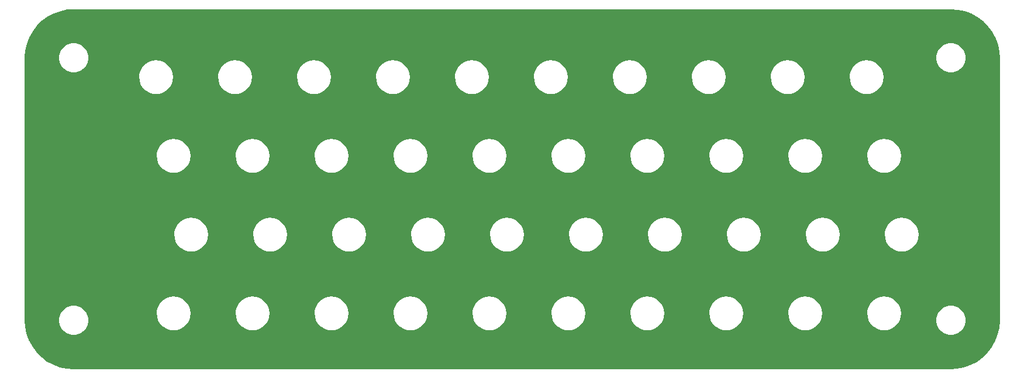
<source format=gbl>
G04 #@! TF.GenerationSoftware,KiCad,Pcbnew,(5.1.2-1)-1*
G04 #@! TF.CreationDate,2023-07-30T19:34:21+02:00*
G04 #@! TF.ProjectId,overlay5x8,6f766572-6c61-4793-9578-382e6b696361,rev?*
G04 #@! TF.SameCoordinates,Original*
G04 #@! TF.FileFunction,Copper,L2,Bot*
G04 #@! TF.FilePolarity,Positive*
%FSLAX46Y46*%
G04 Gerber Fmt 4.6, Leading zero omitted, Abs format (unit mm)*
G04 Created by KiCad (PCBNEW (5.1.2-1)-1) date 2023-07-30 19:34:21*
%MOMM*%
%LPD*%
G04 APERTURE LIST*
%ADD10C,0.254000*%
G04 APERTURE END LIST*
D10*
G36*
X169914470Y-80744617D02*
G01*
X170897898Y-80961739D01*
X171839675Y-81318546D01*
X172720095Y-81807575D01*
X173520687Y-82418569D01*
X174224694Y-83138732D01*
X174817370Y-83952987D01*
X175286296Y-84844269D01*
X175621647Y-85793900D01*
X175817127Y-86785692D01*
X175870000Y-87650164D01*
X175870001Y-125706080D01*
X175795382Y-126734470D01*
X175578262Y-127717896D01*
X175221454Y-128659675D01*
X174732424Y-129540095D01*
X174121435Y-130340684D01*
X173401268Y-131044694D01*
X172587013Y-131637370D01*
X171695731Y-132106296D01*
X170746099Y-132441647D01*
X169754309Y-132637127D01*
X168889835Y-132690000D01*
X41933906Y-132690000D01*
X40905530Y-132615382D01*
X39922104Y-132398262D01*
X38980325Y-132041454D01*
X38099905Y-131552424D01*
X37299316Y-130941435D01*
X36595306Y-130221268D01*
X36002630Y-129407013D01*
X35533704Y-128515731D01*
X35198353Y-127566099D01*
X35002873Y-126574309D01*
X34950000Y-125709835D01*
X34950000Y-125509872D01*
X39675000Y-125509872D01*
X39675000Y-125950128D01*
X39760890Y-126381925D01*
X39929369Y-126788669D01*
X40173962Y-127154729D01*
X40485271Y-127466038D01*
X40851331Y-127710631D01*
X41258075Y-127879110D01*
X41689872Y-127965000D01*
X42130128Y-127965000D01*
X42561925Y-127879110D01*
X42968669Y-127710631D01*
X43334729Y-127466038D01*
X43646038Y-127154729D01*
X43890631Y-126788669D01*
X44059110Y-126381925D01*
X44145000Y-125950128D01*
X44145000Y-125509872D01*
X44059110Y-125078075D01*
X43923255Y-124750092D01*
X53803252Y-124750092D01*
X53859488Y-125251452D01*
X54012035Y-125732340D01*
X54255082Y-126174440D01*
X54579370Y-126560912D01*
X54972549Y-126877036D01*
X55419642Y-127110770D01*
X55903619Y-127253213D01*
X56406047Y-127298937D01*
X56907786Y-127246202D01*
X57389728Y-127097016D01*
X57833514Y-126857062D01*
X58222240Y-126535479D01*
X58541101Y-126144517D01*
X58777951Y-125699067D01*
X58923769Y-125216096D01*
X58969461Y-124750092D01*
X65233252Y-124750092D01*
X65289488Y-125251452D01*
X65442035Y-125732340D01*
X65685082Y-126174440D01*
X66009370Y-126560912D01*
X66402549Y-126877036D01*
X66849642Y-127110770D01*
X67333619Y-127253213D01*
X67836047Y-127298937D01*
X68337786Y-127246202D01*
X68819728Y-127097016D01*
X69263514Y-126857062D01*
X69652240Y-126535479D01*
X69971101Y-126144517D01*
X70207951Y-125699067D01*
X70353769Y-125216096D01*
X70399461Y-124750092D01*
X76663252Y-124750092D01*
X76719488Y-125251452D01*
X76872035Y-125732340D01*
X77115082Y-126174440D01*
X77439370Y-126560912D01*
X77832549Y-126877036D01*
X78279642Y-127110770D01*
X78763619Y-127253213D01*
X79266047Y-127298937D01*
X79767786Y-127246202D01*
X80249728Y-127097016D01*
X80693514Y-126857062D01*
X81082240Y-126535479D01*
X81401101Y-126144517D01*
X81637951Y-125699067D01*
X81783769Y-125216096D01*
X81829461Y-124750092D01*
X88093252Y-124750092D01*
X88149488Y-125251452D01*
X88302035Y-125732340D01*
X88545082Y-126174440D01*
X88869370Y-126560912D01*
X89262549Y-126877036D01*
X89709642Y-127110770D01*
X90193619Y-127253213D01*
X90696047Y-127298937D01*
X91197786Y-127246202D01*
X91679728Y-127097016D01*
X92123514Y-126857062D01*
X92512240Y-126535479D01*
X92831101Y-126144517D01*
X93067951Y-125699067D01*
X93213769Y-125216096D01*
X93259461Y-124750092D01*
X99523252Y-124750092D01*
X99579488Y-125251452D01*
X99732035Y-125732340D01*
X99975082Y-126174440D01*
X100299370Y-126560912D01*
X100692549Y-126877036D01*
X101139642Y-127110770D01*
X101623619Y-127253213D01*
X102126047Y-127298937D01*
X102627786Y-127246202D01*
X103109728Y-127097016D01*
X103553514Y-126857062D01*
X103942240Y-126535479D01*
X104261101Y-126144517D01*
X104497951Y-125699067D01*
X104643769Y-125216096D01*
X104689461Y-124750092D01*
X110953252Y-124750092D01*
X111009488Y-125251452D01*
X111162035Y-125732340D01*
X111405082Y-126174440D01*
X111729370Y-126560912D01*
X112122549Y-126877036D01*
X112569642Y-127110770D01*
X113053619Y-127253213D01*
X113556047Y-127298937D01*
X114057786Y-127246202D01*
X114539728Y-127097016D01*
X114983514Y-126857062D01*
X115372240Y-126535479D01*
X115691101Y-126144517D01*
X115927951Y-125699067D01*
X116073769Y-125216096D01*
X116119461Y-124750092D01*
X122383252Y-124750092D01*
X122439488Y-125251452D01*
X122592035Y-125732340D01*
X122835082Y-126174440D01*
X123159370Y-126560912D01*
X123552549Y-126877036D01*
X123999642Y-127110770D01*
X124483619Y-127253213D01*
X124986047Y-127298937D01*
X125487786Y-127246202D01*
X125969728Y-127097016D01*
X126413514Y-126857062D01*
X126802240Y-126535479D01*
X127121101Y-126144517D01*
X127357951Y-125699067D01*
X127503769Y-125216096D01*
X127549461Y-124750092D01*
X133813252Y-124750092D01*
X133869488Y-125251452D01*
X134022035Y-125732340D01*
X134265082Y-126174440D01*
X134589370Y-126560912D01*
X134982549Y-126877036D01*
X135429642Y-127110770D01*
X135913619Y-127253213D01*
X136416047Y-127298937D01*
X136917786Y-127246202D01*
X137399728Y-127097016D01*
X137843514Y-126857062D01*
X138232240Y-126535479D01*
X138551101Y-126144517D01*
X138787951Y-125699067D01*
X138933769Y-125216096D01*
X138979461Y-124750092D01*
X145243252Y-124750092D01*
X145299488Y-125251452D01*
X145452035Y-125732340D01*
X145695082Y-126174440D01*
X146019370Y-126560912D01*
X146412549Y-126877036D01*
X146859642Y-127110770D01*
X147343619Y-127253213D01*
X147846047Y-127298937D01*
X148347786Y-127246202D01*
X148829728Y-127097016D01*
X149273514Y-126857062D01*
X149662240Y-126535479D01*
X149981101Y-126144517D01*
X150217951Y-125699067D01*
X150363769Y-125216096D01*
X150409461Y-124750092D01*
X156673252Y-124750092D01*
X156729488Y-125251452D01*
X156882035Y-125732340D01*
X157125082Y-126174440D01*
X157449370Y-126560912D01*
X157842549Y-126877036D01*
X158289642Y-127110770D01*
X158773619Y-127253213D01*
X159276047Y-127298937D01*
X159777786Y-127246202D01*
X160259728Y-127097016D01*
X160703514Y-126857062D01*
X161092240Y-126535479D01*
X161411101Y-126144517D01*
X161647951Y-125699067D01*
X161705072Y-125509872D01*
X166675000Y-125509872D01*
X166675000Y-125950128D01*
X166760890Y-126381925D01*
X166929369Y-126788669D01*
X167173962Y-127154729D01*
X167485271Y-127466038D01*
X167851331Y-127710631D01*
X168258075Y-127879110D01*
X168689872Y-127965000D01*
X169130128Y-127965000D01*
X169561925Y-127879110D01*
X169968669Y-127710631D01*
X170334729Y-127466038D01*
X170646038Y-127154729D01*
X170890631Y-126788669D01*
X171059110Y-126381925D01*
X171145000Y-125950128D01*
X171145000Y-125509872D01*
X171059110Y-125078075D01*
X170890631Y-124671331D01*
X170646038Y-124305271D01*
X170334729Y-123993962D01*
X169968669Y-123749369D01*
X169561925Y-123580890D01*
X169130128Y-123495000D01*
X168689872Y-123495000D01*
X168258075Y-123580890D01*
X167851331Y-123749369D01*
X167485271Y-123993962D01*
X167173962Y-124305271D01*
X166929369Y-124671331D01*
X166760890Y-125078075D01*
X166675000Y-125509872D01*
X161705072Y-125509872D01*
X161793769Y-125216096D01*
X161843000Y-124714000D01*
X161841992Y-124641823D01*
X161778761Y-124141297D01*
X161619515Y-123662586D01*
X161370320Y-123223922D01*
X161040667Y-122842016D01*
X160643112Y-122531412D01*
X160192800Y-122303943D01*
X159706881Y-122168272D01*
X159203864Y-122129567D01*
X158702909Y-122189302D01*
X158223098Y-122345202D01*
X157782705Y-122591329D01*
X157398507Y-122918308D01*
X157085135Y-123313684D01*
X156854528Y-123762398D01*
X156715468Y-124247358D01*
X156673252Y-124750092D01*
X150409461Y-124750092D01*
X150413000Y-124714000D01*
X150411992Y-124641823D01*
X150348761Y-124141297D01*
X150189515Y-123662586D01*
X149940320Y-123223922D01*
X149610667Y-122842016D01*
X149213112Y-122531412D01*
X148762800Y-122303943D01*
X148276881Y-122168272D01*
X147773864Y-122129567D01*
X147272909Y-122189302D01*
X146793098Y-122345202D01*
X146352705Y-122591329D01*
X145968507Y-122918308D01*
X145655135Y-123313684D01*
X145424528Y-123762398D01*
X145285468Y-124247358D01*
X145243252Y-124750092D01*
X138979461Y-124750092D01*
X138983000Y-124714000D01*
X138981992Y-124641823D01*
X138918761Y-124141297D01*
X138759515Y-123662586D01*
X138510320Y-123223922D01*
X138180667Y-122842016D01*
X137783112Y-122531412D01*
X137332800Y-122303943D01*
X136846881Y-122168272D01*
X136343864Y-122129567D01*
X135842909Y-122189302D01*
X135363098Y-122345202D01*
X134922705Y-122591329D01*
X134538507Y-122918308D01*
X134225135Y-123313684D01*
X133994528Y-123762398D01*
X133855468Y-124247358D01*
X133813252Y-124750092D01*
X127549461Y-124750092D01*
X127553000Y-124714000D01*
X127551992Y-124641823D01*
X127488761Y-124141297D01*
X127329515Y-123662586D01*
X127080320Y-123223922D01*
X126750667Y-122842016D01*
X126353112Y-122531412D01*
X125902800Y-122303943D01*
X125416881Y-122168272D01*
X124913864Y-122129567D01*
X124412909Y-122189302D01*
X123933098Y-122345202D01*
X123492705Y-122591329D01*
X123108507Y-122918308D01*
X122795135Y-123313684D01*
X122564528Y-123762398D01*
X122425468Y-124247358D01*
X122383252Y-124750092D01*
X116119461Y-124750092D01*
X116123000Y-124714000D01*
X116121992Y-124641823D01*
X116058761Y-124141297D01*
X115899515Y-123662586D01*
X115650320Y-123223922D01*
X115320667Y-122842016D01*
X114923112Y-122531412D01*
X114472800Y-122303943D01*
X113986881Y-122168272D01*
X113483864Y-122129567D01*
X112982909Y-122189302D01*
X112503098Y-122345202D01*
X112062705Y-122591329D01*
X111678507Y-122918308D01*
X111365135Y-123313684D01*
X111134528Y-123762398D01*
X110995468Y-124247358D01*
X110953252Y-124750092D01*
X104689461Y-124750092D01*
X104693000Y-124714000D01*
X104691992Y-124641823D01*
X104628761Y-124141297D01*
X104469515Y-123662586D01*
X104220320Y-123223922D01*
X103890667Y-122842016D01*
X103493112Y-122531412D01*
X103042800Y-122303943D01*
X102556881Y-122168272D01*
X102053864Y-122129567D01*
X101552909Y-122189302D01*
X101073098Y-122345202D01*
X100632705Y-122591329D01*
X100248507Y-122918308D01*
X99935135Y-123313684D01*
X99704528Y-123762398D01*
X99565468Y-124247358D01*
X99523252Y-124750092D01*
X93259461Y-124750092D01*
X93263000Y-124714000D01*
X93261992Y-124641823D01*
X93198761Y-124141297D01*
X93039515Y-123662586D01*
X92790320Y-123223922D01*
X92460667Y-122842016D01*
X92063112Y-122531412D01*
X91612800Y-122303943D01*
X91126881Y-122168272D01*
X90623864Y-122129567D01*
X90122909Y-122189302D01*
X89643098Y-122345202D01*
X89202705Y-122591329D01*
X88818507Y-122918308D01*
X88505135Y-123313684D01*
X88274528Y-123762398D01*
X88135468Y-124247358D01*
X88093252Y-124750092D01*
X81829461Y-124750092D01*
X81833000Y-124714000D01*
X81831992Y-124641823D01*
X81768761Y-124141297D01*
X81609515Y-123662586D01*
X81360320Y-123223922D01*
X81030667Y-122842016D01*
X80633112Y-122531412D01*
X80182800Y-122303943D01*
X79696881Y-122168272D01*
X79193864Y-122129567D01*
X78692909Y-122189302D01*
X78213098Y-122345202D01*
X77772705Y-122591329D01*
X77388507Y-122918308D01*
X77075135Y-123313684D01*
X76844528Y-123762398D01*
X76705468Y-124247358D01*
X76663252Y-124750092D01*
X70399461Y-124750092D01*
X70403000Y-124714000D01*
X70401992Y-124641823D01*
X70338761Y-124141297D01*
X70179515Y-123662586D01*
X69930320Y-123223922D01*
X69600667Y-122842016D01*
X69203112Y-122531412D01*
X68752800Y-122303943D01*
X68266881Y-122168272D01*
X67763864Y-122129567D01*
X67262909Y-122189302D01*
X66783098Y-122345202D01*
X66342705Y-122591329D01*
X65958507Y-122918308D01*
X65645135Y-123313684D01*
X65414528Y-123762398D01*
X65275468Y-124247358D01*
X65233252Y-124750092D01*
X58969461Y-124750092D01*
X58973000Y-124714000D01*
X58971992Y-124641823D01*
X58908761Y-124141297D01*
X58749515Y-123662586D01*
X58500320Y-123223922D01*
X58170667Y-122842016D01*
X57773112Y-122531412D01*
X57322800Y-122303943D01*
X56836881Y-122168272D01*
X56333864Y-122129567D01*
X55832909Y-122189302D01*
X55353098Y-122345202D01*
X54912705Y-122591329D01*
X54528507Y-122918308D01*
X54215135Y-123313684D01*
X53984528Y-123762398D01*
X53845468Y-124247358D01*
X53803252Y-124750092D01*
X43923255Y-124750092D01*
X43890631Y-124671331D01*
X43646038Y-124305271D01*
X43334729Y-123993962D01*
X42968669Y-123749369D01*
X42561925Y-123580890D01*
X42130128Y-123495000D01*
X41689872Y-123495000D01*
X41258075Y-123580890D01*
X40851331Y-123749369D01*
X40485271Y-123993962D01*
X40173962Y-124305271D01*
X39929369Y-124671331D01*
X39760890Y-125078075D01*
X39675000Y-125509872D01*
X34950000Y-125509872D01*
X34950000Y-113320092D01*
X56343252Y-113320092D01*
X56399488Y-113821452D01*
X56552035Y-114302340D01*
X56795082Y-114744440D01*
X57119370Y-115130912D01*
X57512549Y-115447036D01*
X57959642Y-115680770D01*
X58443619Y-115823213D01*
X58946047Y-115868937D01*
X59447786Y-115816202D01*
X59929728Y-115667016D01*
X60373514Y-115427062D01*
X60762240Y-115105479D01*
X61081101Y-114714517D01*
X61317951Y-114269067D01*
X61463769Y-113786096D01*
X61509461Y-113320092D01*
X67773252Y-113320092D01*
X67829488Y-113821452D01*
X67982035Y-114302340D01*
X68225082Y-114744440D01*
X68549370Y-115130912D01*
X68942549Y-115447036D01*
X69389642Y-115680770D01*
X69873619Y-115823213D01*
X70376047Y-115868937D01*
X70877786Y-115816202D01*
X71359728Y-115667016D01*
X71803514Y-115427062D01*
X72192240Y-115105479D01*
X72511101Y-114714517D01*
X72747951Y-114269067D01*
X72893769Y-113786096D01*
X72939461Y-113320092D01*
X79203252Y-113320092D01*
X79259488Y-113821452D01*
X79412035Y-114302340D01*
X79655082Y-114744440D01*
X79979370Y-115130912D01*
X80372549Y-115447036D01*
X80819642Y-115680770D01*
X81303619Y-115823213D01*
X81806047Y-115868937D01*
X82307786Y-115816202D01*
X82789728Y-115667016D01*
X83233514Y-115427062D01*
X83622240Y-115105479D01*
X83941101Y-114714517D01*
X84177951Y-114269067D01*
X84323769Y-113786096D01*
X84369461Y-113320092D01*
X90633252Y-113320092D01*
X90689488Y-113821452D01*
X90842035Y-114302340D01*
X91085082Y-114744440D01*
X91409370Y-115130912D01*
X91802549Y-115447036D01*
X92249642Y-115680770D01*
X92733619Y-115823213D01*
X93236047Y-115868937D01*
X93737786Y-115816202D01*
X94219728Y-115667016D01*
X94663514Y-115427062D01*
X95052240Y-115105479D01*
X95371101Y-114714517D01*
X95607951Y-114269067D01*
X95753769Y-113786096D01*
X95799461Y-113320092D01*
X102063252Y-113320092D01*
X102119488Y-113821452D01*
X102272035Y-114302340D01*
X102515082Y-114744440D01*
X102839370Y-115130912D01*
X103232549Y-115447036D01*
X103679642Y-115680770D01*
X104163619Y-115823213D01*
X104666047Y-115868937D01*
X105167786Y-115816202D01*
X105649728Y-115667016D01*
X106093514Y-115427062D01*
X106482240Y-115105479D01*
X106801101Y-114714517D01*
X107037951Y-114269067D01*
X107183769Y-113786096D01*
X107229461Y-113320092D01*
X113493252Y-113320092D01*
X113549488Y-113821452D01*
X113702035Y-114302340D01*
X113945082Y-114744440D01*
X114269370Y-115130912D01*
X114662549Y-115447036D01*
X115109642Y-115680770D01*
X115593619Y-115823213D01*
X116096047Y-115868937D01*
X116597786Y-115816202D01*
X117079728Y-115667016D01*
X117523514Y-115427062D01*
X117912240Y-115105479D01*
X118231101Y-114714517D01*
X118467951Y-114269067D01*
X118613769Y-113786096D01*
X118659461Y-113320092D01*
X124923252Y-113320092D01*
X124979488Y-113821452D01*
X125132035Y-114302340D01*
X125375082Y-114744440D01*
X125699370Y-115130912D01*
X126092549Y-115447036D01*
X126539642Y-115680770D01*
X127023619Y-115823213D01*
X127526047Y-115868937D01*
X128027786Y-115816202D01*
X128509728Y-115667016D01*
X128953514Y-115427062D01*
X129342240Y-115105479D01*
X129661101Y-114714517D01*
X129897951Y-114269067D01*
X130043769Y-113786096D01*
X130089461Y-113320092D01*
X136353252Y-113320092D01*
X136409488Y-113821452D01*
X136562035Y-114302340D01*
X136805082Y-114744440D01*
X137129370Y-115130912D01*
X137522549Y-115447036D01*
X137969642Y-115680770D01*
X138453619Y-115823213D01*
X138956047Y-115868937D01*
X139457786Y-115816202D01*
X139939728Y-115667016D01*
X140383514Y-115427062D01*
X140772240Y-115105479D01*
X141091101Y-114714517D01*
X141327951Y-114269067D01*
X141473769Y-113786096D01*
X141519461Y-113320092D01*
X147783252Y-113320092D01*
X147839488Y-113821452D01*
X147992035Y-114302340D01*
X148235082Y-114744440D01*
X148559370Y-115130912D01*
X148952549Y-115447036D01*
X149399642Y-115680770D01*
X149883619Y-115823213D01*
X150386047Y-115868937D01*
X150887786Y-115816202D01*
X151369728Y-115667016D01*
X151813514Y-115427062D01*
X152202240Y-115105479D01*
X152521101Y-114714517D01*
X152757951Y-114269067D01*
X152903769Y-113786096D01*
X152949461Y-113320092D01*
X159213252Y-113320092D01*
X159269488Y-113821452D01*
X159422035Y-114302340D01*
X159665082Y-114744440D01*
X159989370Y-115130912D01*
X160382549Y-115447036D01*
X160829642Y-115680770D01*
X161313619Y-115823213D01*
X161816047Y-115868937D01*
X162317786Y-115816202D01*
X162799728Y-115667016D01*
X163243514Y-115427062D01*
X163632240Y-115105479D01*
X163951101Y-114714517D01*
X164187951Y-114269067D01*
X164333769Y-113786096D01*
X164383000Y-113284000D01*
X164381992Y-113211823D01*
X164318761Y-112711297D01*
X164159515Y-112232586D01*
X163910320Y-111793922D01*
X163580667Y-111412016D01*
X163183112Y-111101412D01*
X162732800Y-110873943D01*
X162246881Y-110738272D01*
X161743864Y-110699567D01*
X161242909Y-110759302D01*
X160763098Y-110915202D01*
X160322705Y-111161329D01*
X159938507Y-111488308D01*
X159625135Y-111883684D01*
X159394528Y-112332398D01*
X159255468Y-112817358D01*
X159213252Y-113320092D01*
X152949461Y-113320092D01*
X152953000Y-113284000D01*
X152951992Y-113211823D01*
X152888761Y-112711297D01*
X152729515Y-112232586D01*
X152480320Y-111793922D01*
X152150667Y-111412016D01*
X151753112Y-111101412D01*
X151302800Y-110873943D01*
X150816881Y-110738272D01*
X150313864Y-110699567D01*
X149812909Y-110759302D01*
X149333098Y-110915202D01*
X148892705Y-111161329D01*
X148508507Y-111488308D01*
X148195135Y-111883684D01*
X147964528Y-112332398D01*
X147825468Y-112817358D01*
X147783252Y-113320092D01*
X141519461Y-113320092D01*
X141523000Y-113284000D01*
X141521992Y-113211823D01*
X141458761Y-112711297D01*
X141299515Y-112232586D01*
X141050320Y-111793922D01*
X140720667Y-111412016D01*
X140323112Y-111101412D01*
X139872800Y-110873943D01*
X139386881Y-110738272D01*
X138883864Y-110699567D01*
X138382909Y-110759302D01*
X137903098Y-110915202D01*
X137462705Y-111161329D01*
X137078507Y-111488308D01*
X136765135Y-111883684D01*
X136534528Y-112332398D01*
X136395468Y-112817358D01*
X136353252Y-113320092D01*
X130089461Y-113320092D01*
X130093000Y-113284000D01*
X130091992Y-113211823D01*
X130028761Y-112711297D01*
X129869515Y-112232586D01*
X129620320Y-111793922D01*
X129290667Y-111412016D01*
X128893112Y-111101412D01*
X128442800Y-110873943D01*
X127956881Y-110738272D01*
X127453864Y-110699567D01*
X126952909Y-110759302D01*
X126473098Y-110915202D01*
X126032705Y-111161329D01*
X125648507Y-111488308D01*
X125335135Y-111883684D01*
X125104528Y-112332398D01*
X124965468Y-112817358D01*
X124923252Y-113320092D01*
X118659461Y-113320092D01*
X118663000Y-113284000D01*
X118661992Y-113211823D01*
X118598761Y-112711297D01*
X118439515Y-112232586D01*
X118190320Y-111793922D01*
X117860667Y-111412016D01*
X117463112Y-111101412D01*
X117012800Y-110873943D01*
X116526881Y-110738272D01*
X116023864Y-110699567D01*
X115522909Y-110759302D01*
X115043098Y-110915202D01*
X114602705Y-111161329D01*
X114218507Y-111488308D01*
X113905135Y-111883684D01*
X113674528Y-112332398D01*
X113535468Y-112817358D01*
X113493252Y-113320092D01*
X107229461Y-113320092D01*
X107233000Y-113284000D01*
X107231992Y-113211823D01*
X107168761Y-112711297D01*
X107009515Y-112232586D01*
X106760320Y-111793922D01*
X106430667Y-111412016D01*
X106033112Y-111101412D01*
X105582800Y-110873943D01*
X105096881Y-110738272D01*
X104593864Y-110699567D01*
X104092909Y-110759302D01*
X103613098Y-110915202D01*
X103172705Y-111161329D01*
X102788507Y-111488308D01*
X102475135Y-111883684D01*
X102244528Y-112332398D01*
X102105468Y-112817358D01*
X102063252Y-113320092D01*
X95799461Y-113320092D01*
X95803000Y-113284000D01*
X95801992Y-113211823D01*
X95738761Y-112711297D01*
X95579515Y-112232586D01*
X95330320Y-111793922D01*
X95000667Y-111412016D01*
X94603112Y-111101412D01*
X94152800Y-110873943D01*
X93666881Y-110738272D01*
X93163864Y-110699567D01*
X92662909Y-110759302D01*
X92183098Y-110915202D01*
X91742705Y-111161329D01*
X91358507Y-111488308D01*
X91045135Y-111883684D01*
X90814528Y-112332398D01*
X90675468Y-112817358D01*
X90633252Y-113320092D01*
X84369461Y-113320092D01*
X84373000Y-113284000D01*
X84371992Y-113211823D01*
X84308761Y-112711297D01*
X84149515Y-112232586D01*
X83900320Y-111793922D01*
X83570667Y-111412016D01*
X83173112Y-111101412D01*
X82722800Y-110873943D01*
X82236881Y-110738272D01*
X81733864Y-110699567D01*
X81232909Y-110759302D01*
X80753098Y-110915202D01*
X80312705Y-111161329D01*
X79928507Y-111488308D01*
X79615135Y-111883684D01*
X79384528Y-112332398D01*
X79245468Y-112817358D01*
X79203252Y-113320092D01*
X72939461Y-113320092D01*
X72943000Y-113284000D01*
X72941992Y-113211823D01*
X72878761Y-112711297D01*
X72719515Y-112232586D01*
X72470320Y-111793922D01*
X72140667Y-111412016D01*
X71743112Y-111101412D01*
X71292800Y-110873943D01*
X70806881Y-110738272D01*
X70303864Y-110699567D01*
X69802909Y-110759302D01*
X69323098Y-110915202D01*
X68882705Y-111161329D01*
X68498507Y-111488308D01*
X68185135Y-111883684D01*
X67954528Y-112332398D01*
X67815468Y-112817358D01*
X67773252Y-113320092D01*
X61509461Y-113320092D01*
X61513000Y-113284000D01*
X61511992Y-113211823D01*
X61448761Y-112711297D01*
X61289515Y-112232586D01*
X61040320Y-111793922D01*
X60710667Y-111412016D01*
X60313112Y-111101412D01*
X59862800Y-110873943D01*
X59376881Y-110738272D01*
X58873864Y-110699567D01*
X58372909Y-110759302D01*
X57893098Y-110915202D01*
X57452705Y-111161329D01*
X57068507Y-111488308D01*
X56755135Y-111883684D01*
X56524528Y-112332398D01*
X56385468Y-112817358D01*
X56343252Y-113320092D01*
X34950000Y-113320092D01*
X34950000Y-101890092D01*
X53803252Y-101890092D01*
X53859488Y-102391452D01*
X54012035Y-102872340D01*
X54255082Y-103314440D01*
X54579370Y-103700912D01*
X54972549Y-104017036D01*
X55419642Y-104250770D01*
X55903619Y-104393213D01*
X56406047Y-104438937D01*
X56907786Y-104386202D01*
X57389728Y-104237016D01*
X57833514Y-103997062D01*
X58222240Y-103675479D01*
X58541101Y-103284517D01*
X58777951Y-102839067D01*
X58923769Y-102356096D01*
X58969461Y-101890092D01*
X65233252Y-101890092D01*
X65289488Y-102391452D01*
X65442035Y-102872340D01*
X65685082Y-103314440D01*
X66009370Y-103700912D01*
X66402549Y-104017036D01*
X66849642Y-104250770D01*
X67333619Y-104393213D01*
X67836047Y-104438937D01*
X68337786Y-104386202D01*
X68819728Y-104237016D01*
X69263514Y-103997062D01*
X69652240Y-103675479D01*
X69971101Y-103284517D01*
X70207951Y-102839067D01*
X70353769Y-102356096D01*
X70399461Y-101890092D01*
X76663252Y-101890092D01*
X76719488Y-102391452D01*
X76872035Y-102872340D01*
X77115082Y-103314440D01*
X77439370Y-103700912D01*
X77832549Y-104017036D01*
X78279642Y-104250770D01*
X78763619Y-104393213D01*
X79266047Y-104438937D01*
X79767786Y-104386202D01*
X80249728Y-104237016D01*
X80693514Y-103997062D01*
X81082240Y-103675479D01*
X81401101Y-103284517D01*
X81637951Y-102839067D01*
X81783769Y-102356096D01*
X81829461Y-101890092D01*
X88093252Y-101890092D01*
X88149488Y-102391452D01*
X88302035Y-102872340D01*
X88545082Y-103314440D01*
X88869370Y-103700912D01*
X89262549Y-104017036D01*
X89709642Y-104250770D01*
X90193619Y-104393213D01*
X90696047Y-104438937D01*
X91197786Y-104386202D01*
X91679728Y-104237016D01*
X92123514Y-103997062D01*
X92512240Y-103675479D01*
X92831101Y-103284517D01*
X93067951Y-102839067D01*
X93213769Y-102356096D01*
X93259461Y-101890092D01*
X99523252Y-101890092D01*
X99579488Y-102391452D01*
X99732035Y-102872340D01*
X99975082Y-103314440D01*
X100299370Y-103700912D01*
X100692549Y-104017036D01*
X101139642Y-104250770D01*
X101623619Y-104393213D01*
X102126047Y-104438937D01*
X102627786Y-104386202D01*
X103109728Y-104237016D01*
X103553514Y-103997062D01*
X103942240Y-103675479D01*
X104261101Y-103284517D01*
X104497951Y-102839067D01*
X104643769Y-102356096D01*
X104689461Y-101890092D01*
X110953252Y-101890092D01*
X111009488Y-102391452D01*
X111162035Y-102872340D01*
X111405082Y-103314440D01*
X111729370Y-103700912D01*
X112122549Y-104017036D01*
X112569642Y-104250770D01*
X113053619Y-104393213D01*
X113556047Y-104438937D01*
X114057786Y-104386202D01*
X114539728Y-104237016D01*
X114983514Y-103997062D01*
X115372240Y-103675479D01*
X115691101Y-103284517D01*
X115927951Y-102839067D01*
X116073769Y-102356096D01*
X116119461Y-101890092D01*
X122383252Y-101890092D01*
X122439488Y-102391452D01*
X122592035Y-102872340D01*
X122835082Y-103314440D01*
X123159370Y-103700912D01*
X123552549Y-104017036D01*
X123999642Y-104250770D01*
X124483619Y-104393213D01*
X124986047Y-104438937D01*
X125487786Y-104386202D01*
X125969728Y-104237016D01*
X126413514Y-103997062D01*
X126802240Y-103675479D01*
X127121101Y-103284517D01*
X127357951Y-102839067D01*
X127503769Y-102356096D01*
X127549461Y-101890092D01*
X133813252Y-101890092D01*
X133869488Y-102391452D01*
X134022035Y-102872340D01*
X134265082Y-103314440D01*
X134589370Y-103700912D01*
X134982549Y-104017036D01*
X135429642Y-104250770D01*
X135913619Y-104393213D01*
X136416047Y-104438937D01*
X136917786Y-104386202D01*
X137399728Y-104237016D01*
X137843514Y-103997062D01*
X138232240Y-103675479D01*
X138551101Y-103284517D01*
X138787951Y-102839067D01*
X138933769Y-102356096D01*
X138979461Y-101890092D01*
X145243252Y-101890092D01*
X145299488Y-102391452D01*
X145452035Y-102872340D01*
X145695082Y-103314440D01*
X146019370Y-103700912D01*
X146412549Y-104017036D01*
X146859642Y-104250770D01*
X147343619Y-104393213D01*
X147846047Y-104438937D01*
X148347786Y-104386202D01*
X148829728Y-104237016D01*
X149273514Y-103997062D01*
X149662240Y-103675479D01*
X149981101Y-103284517D01*
X150217951Y-102839067D01*
X150363769Y-102356096D01*
X150409461Y-101890092D01*
X156673252Y-101890092D01*
X156729488Y-102391452D01*
X156882035Y-102872340D01*
X157125082Y-103314440D01*
X157449370Y-103700912D01*
X157842549Y-104017036D01*
X158289642Y-104250770D01*
X158773619Y-104393213D01*
X159276047Y-104438937D01*
X159777786Y-104386202D01*
X160259728Y-104237016D01*
X160703514Y-103997062D01*
X161092240Y-103675479D01*
X161411101Y-103284517D01*
X161647951Y-102839067D01*
X161793769Y-102356096D01*
X161843000Y-101854000D01*
X161841992Y-101781823D01*
X161778761Y-101281297D01*
X161619515Y-100802586D01*
X161370320Y-100363922D01*
X161040667Y-99982016D01*
X160643112Y-99671412D01*
X160192800Y-99443943D01*
X159706881Y-99308272D01*
X159203864Y-99269567D01*
X158702909Y-99329302D01*
X158223098Y-99485202D01*
X157782705Y-99731329D01*
X157398507Y-100058308D01*
X157085135Y-100453684D01*
X156854528Y-100902398D01*
X156715468Y-101387358D01*
X156673252Y-101890092D01*
X150409461Y-101890092D01*
X150413000Y-101854000D01*
X150411992Y-101781823D01*
X150348761Y-101281297D01*
X150189515Y-100802586D01*
X149940320Y-100363922D01*
X149610667Y-99982016D01*
X149213112Y-99671412D01*
X148762800Y-99443943D01*
X148276881Y-99308272D01*
X147773864Y-99269567D01*
X147272909Y-99329302D01*
X146793098Y-99485202D01*
X146352705Y-99731329D01*
X145968507Y-100058308D01*
X145655135Y-100453684D01*
X145424528Y-100902398D01*
X145285468Y-101387358D01*
X145243252Y-101890092D01*
X138979461Y-101890092D01*
X138983000Y-101854000D01*
X138981992Y-101781823D01*
X138918761Y-101281297D01*
X138759515Y-100802586D01*
X138510320Y-100363922D01*
X138180667Y-99982016D01*
X137783112Y-99671412D01*
X137332800Y-99443943D01*
X136846881Y-99308272D01*
X136343864Y-99269567D01*
X135842909Y-99329302D01*
X135363098Y-99485202D01*
X134922705Y-99731329D01*
X134538507Y-100058308D01*
X134225135Y-100453684D01*
X133994528Y-100902398D01*
X133855468Y-101387358D01*
X133813252Y-101890092D01*
X127549461Y-101890092D01*
X127553000Y-101854000D01*
X127551992Y-101781823D01*
X127488761Y-101281297D01*
X127329515Y-100802586D01*
X127080320Y-100363922D01*
X126750667Y-99982016D01*
X126353112Y-99671412D01*
X125902800Y-99443943D01*
X125416881Y-99308272D01*
X124913864Y-99269567D01*
X124412909Y-99329302D01*
X123933098Y-99485202D01*
X123492705Y-99731329D01*
X123108507Y-100058308D01*
X122795135Y-100453684D01*
X122564528Y-100902398D01*
X122425468Y-101387358D01*
X122383252Y-101890092D01*
X116119461Y-101890092D01*
X116123000Y-101854000D01*
X116121992Y-101781823D01*
X116058761Y-101281297D01*
X115899515Y-100802586D01*
X115650320Y-100363922D01*
X115320667Y-99982016D01*
X114923112Y-99671412D01*
X114472800Y-99443943D01*
X113986881Y-99308272D01*
X113483864Y-99269567D01*
X112982909Y-99329302D01*
X112503098Y-99485202D01*
X112062705Y-99731329D01*
X111678507Y-100058308D01*
X111365135Y-100453684D01*
X111134528Y-100902398D01*
X110995468Y-101387358D01*
X110953252Y-101890092D01*
X104689461Y-101890092D01*
X104693000Y-101854000D01*
X104691992Y-101781823D01*
X104628761Y-101281297D01*
X104469515Y-100802586D01*
X104220320Y-100363922D01*
X103890667Y-99982016D01*
X103493112Y-99671412D01*
X103042800Y-99443943D01*
X102556881Y-99308272D01*
X102053864Y-99269567D01*
X101552909Y-99329302D01*
X101073098Y-99485202D01*
X100632705Y-99731329D01*
X100248507Y-100058308D01*
X99935135Y-100453684D01*
X99704528Y-100902398D01*
X99565468Y-101387358D01*
X99523252Y-101890092D01*
X93259461Y-101890092D01*
X93263000Y-101854000D01*
X93261992Y-101781823D01*
X93198761Y-101281297D01*
X93039515Y-100802586D01*
X92790320Y-100363922D01*
X92460667Y-99982016D01*
X92063112Y-99671412D01*
X91612800Y-99443943D01*
X91126881Y-99308272D01*
X90623864Y-99269567D01*
X90122909Y-99329302D01*
X89643098Y-99485202D01*
X89202705Y-99731329D01*
X88818507Y-100058308D01*
X88505135Y-100453684D01*
X88274528Y-100902398D01*
X88135468Y-101387358D01*
X88093252Y-101890092D01*
X81829461Y-101890092D01*
X81833000Y-101854000D01*
X81831992Y-101781823D01*
X81768761Y-101281297D01*
X81609515Y-100802586D01*
X81360320Y-100363922D01*
X81030667Y-99982016D01*
X80633112Y-99671412D01*
X80182800Y-99443943D01*
X79696881Y-99308272D01*
X79193864Y-99269567D01*
X78692909Y-99329302D01*
X78213098Y-99485202D01*
X77772705Y-99731329D01*
X77388507Y-100058308D01*
X77075135Y-100453684D01*
X76844528Y-100902398D01*
X76705468Y-101387358D01*
X76663252Y-101890092D01*
X70399461Y-101890092D01*
X70403000Y-101854000D01*
X70401992Y-101781823D01*
X70338761Y-101281297D01*
X70179515Y-100802586D01*
X69930320Y-100363922D01*
X69600667Y-99982016D01*
X69203112Y-99671412D01*
X68752800Y-99443943D01*
X68266881Y-99308272D01*
X67763864Y-99269567D01*
X67262909Y-99329302D01*
X66783098Y-99485202D01*
X66342705Y-99731329D01*
X65958507Y-100058308D01*
X65645135Y-100453684D01*
X65414528Y-100902398D01*
X65275468Y-101387358D01*
X65233252Y-101890092D01*
X58969461Y-101890092D01*
X58973000Y-101854000D01*
X58971992Y-101781823D01*
X58908761Y-101281297D01*
X58749515Y-100802586D01*
X58500320Y-100363922D01*
X58170667Y-99982016D01*
X57773112Y-99671412D01*
X57322800Y-99443943D01*
X56836881Y-99308272D01*
X56333864Y-99269567D01*
X55832909Y-99329302D01*
X55353098Y-99485202D01*
X54912705Y-99731329D01*
X54528507Y-100058308D01*
X54215135Y-100453684D01*
X53984528Y-100902398D01*
X53845468Y-101387358D01*
X53803252Y-101890092D01*
X34950000Y-101890092D01*
X34950000Y-90460092D01*
X51263252Y-90460092D01*
X51319488Y-90961452D01*
X51472035Y-91442340D01*
X51715082Y-91884440D01*
X52039370Y-92270912D01*
X52432549Y-92587036D01*
X52879642Y-92820770D01*
X53363619Y-92963213D01*
X53866047Y-93008937D01*
X54367786Y-92956202D01*
X54849728Y-92807016D01*
X55293514Y-92567062D01*
X55682240Y-92245479D01*
X56001101Y-91854517D01*
X56237951Y-91409067D01*
X56383769Y-90926096D01*
X56429461Y-90460092D01*
X62693252Y-90460092D01*
X62749488Y-90961452D01*
X62902035Y-91442340D01*
X63145082Y-91884440D01*
X63469370Y-92270912D01*
X63862549Y-92587036D01*
X64309642Y-92820770D01*
X64793619Y-92963213D01*
X65296047Y-93008937D01*
X65797786Y-92956202D01*
X66279728Y-92807016D01*
X66723514Y-92567062D01*
X67112240Y-92245479D01*
X67431101Y-91854517D01*
X67667951Y-91409067D01*
X67813769Y-90926096D01*
X67859461Y-90460092D01*
X74123252Y-90460092D01*
X74179488Y-90961452D01*
X74332035Y-91442340D01*
X74575082Y-91884440D01*
X74899370Y-92270912D01*
X75292549Y-92587036D01*
X75739642Y-92820770D01*
X76223619Y-92963213D01*
X76726047Y-93008937D01*
X77227786Y-92956202D01*
X77709728Y-92807016D01*
X78153514Y-92567062D01*
X78542240Y-92245479D01*
X78861101Y-91854517D01*
X79097951Y-91409067D01*
X79243769Y-90926096D01*
X79289461Y-90460092D01*
X85553252Y-90460092D01*
X85609488Y-90961452D01*
X85762035Y-91442340D01*
X86005082Y-91884440D01*
X86329370Y-92270912D01*
X86722549Y-92587036D01*
X87169642Y-92820770D01*
X87653619Y-92963213D01*
X88156047Y-93008937D01*
X88657786Y-92956202D01*
X89139728Y-92807016D01*
X89583514Y-92567062D01*
X89972240Y-92245479D01*
X90291101Y-91854517D01*
X90527951Y-91409067D01*
X90673769Y-90926096D01*
X90719461Y-90460092D01*
X96983252Y-90460092D01*
X97039488Y-90961452D01*
X97192035Y-91442340D01*
X97435082Y-91884440D01*
X97759370Y-92270912D01*
X98152549Y-92587036D01*
X98599642Y-92820770D01*
X99083619Y-92963213D01*
X99586047Y-93008937D01*
X100087786Y-92956202D01*
X100569728Y-92807016D01*
X101013514Y-92567062D01*
X101402240Y-92245479D01*
X101721101Y-91854517D01*
X101957951Y-91409067D01*
X102103769Y-90926096D01*
X102149461Y-90460092D01*
X108413252Y-90460092D01*
X108469488Y-90961452D01*
X108622035Y-91442340D01*
X108865082Y-91884440D01*
X109189370Y-92270912D01*
X109582549Y-92587036D01*
X110029642Y-92820770D01*
X110513619Y-92963213D01*
X111016047Y-93008937D01*
X111517786Y-92956202D01*
X111999728Y-92807016D01*
X112443514Y-92567062D01*
X112832240Y-92245479D01*
X113151101Y-91854517D01*
X113387951Y-91409067D01*
X113533769Y-90926096D01*
X113579461Y-90460092D01*
X119843252Y-90460092D01*
X119899488Y-90961452D01*
X120052035Y-91442340D01*
X120295082Y-91884440D01*
X120619370Y-92270912D01*
X121012549Y-92587036D01*
X121459642Y-92820770D01*
X121943619Y-92963213D01*
X122446047Y-93008937D01*
X122947786Y-92956202D01*
X123429728Y-92807016D01*
X123873514Y-92567062D01*
X124262240Y-92245479D01*
X124581101Y-91854517D01*
X124817951Y-91409067D01*
X124963769Y-90926096D01*
X125009461Y-90460092D01*
X131273252Y-90460092D01*
X131329488Y-90961452D01*
X131482035Y-91442340D01*
X131725082Y-91884440D01*
X132049370Y-92270912D01*
X132442549Y-92587036D01*
X132889642Y-92820770D01*
X133373619Y-92963213D01*
X133876047Y-93008937D01*
X134377786Y-92956202D01*
X134859728Y-92807016D01*
X135303514Y-92567062D01*
X135692240Y-92245479D01*
X136011101Y-91854517D01*
X136247951Y-91409067D01*
X136393769Y-90926096D01*
X136439461Y-90460092D01*
X142703252Y-90460092D01*
X142759488Y-90961452D01*
X142912035Y-91442340D01*
X143155082Y-91884440D01*
X143479370Y-92270912D01*
X143872549Y-92587036D01*
X144319642Y-92820770D01*
X144803619Y-92963213D01*
X145306047Y-93008937D01*
X145807786Y-92956202D01*
X146289728Y-92807016D01*
X146733514Y-92567062D01*
X147122240Y-92245479D01*
X147441101Y-91854517D01*
X147677951Y-91409067D01*
X147823769Y-90926096D01*
X147869461Y-90460092D01*
X154133252Y-90460092D01*
X154189488Y-90961452D01*
X154342035Y-91442340D01*
X154585082Y-91884440D01*
X154909370Y-92270912D01*
X155302549Y-92587036D01*
X155749642Y-92820770D01*
X156233619Y-92963213D01*
X156736047Y-93008937D01*
X157237786Y-92956202D01*
X157719728Y-92807016D01*
X158163514Y-92567062D01*
X158552240Y-92245479D01*
X158871101Y-91854517D01*
X159107951Y-91409067D01*
X159253769Y-90926096D01*
X159303000Y-90424000D01*
X159301992Y-90351823D01*
X159238761Y-89851297D01*
X159079515Y-89372586D01*
X158830320Y-88933922D01*
X158500667Y-88552016D01*
X158103112Y-88241412D01*
X157652800Y-88013943D01*
X157166881Y-87878272D01*
X156663864Y-87839567D01*
X156162909Y-87899302D01*
X155683098Y-88055202D01*
X155242705Y-88301329D01*
X154858507Y-88628308D01*
X154545135Y-89023684D01*
X154314528Y-89472398D01*
X154175468Y-89957358D01*
X154133252Y-90460092D01*
X147869461Y-90460092D01*
X147873000Y-90424000D01*
X147871992Y-90351823D01*
X147808761Y-89851297D01*
X147649515Y-89372586D01*
X147400320Y-88933922D01*
X147070667Y-88552016D01*
X146673112Y-88241412D01*
X146222800Y-88013943D01*
X145736881Y-87878272D01*
X145233864Y-87839567D01*
X144732909Y-87899302D01*
X144253098Y-88055202D01*
X143812705Y-88301329D01*
X143428507Y-88628308D01*
X143115135Y-89023684D01*
X142884528Y-89472398D01*
X142745468Y-89957358D01*
X142703252Y-90460092D01*
X136439461Y-90460092D01*
X136443000Y-90424000D01*
X136441992Y-90351823D01*
X136378761Y-89851297D01*
X136219515Y-89372586D01*
X135970320Y-88933922D01*
X135640667Y-88552016D01*
X135243112Y-88241412D01*
X134792800Y-88013943D01*
X134306881Y-87878272D01*
X133803864Y-87839567D01*
X133302909Y-87899302D01*
X132823098Y-88055202D01*
X132382705Y-88301329D01*
X131998507Y-88628308D01*
X131685135Y-89023684D01*
X131454528Y-89472398D01*
X131315468Y-89957358D01*
X131273252Y-90460092D01*
X125009461Y-90460092D01*
X125013000Y-90424000D01*
X125011992Y-90351823D01*
X124948761Y-89851297D01*
X124789515Y-89372586D01*
X124540320Y-88933922D01*
X124210667Y-88552016D01*
X123813112Y-88241412D01*
X123362800Y-88013943D01*
X122876881Y-87878272D01*
X122373864Y-87839567D01*
X121872909Y-87899302D01*
X121393098Y-88055202D01*
X120952705Y-88301329D01*
X120568507Y-88628308D01*
X120255135Y-89023684D01*
X120024528Y-89472398D01*
X119885468Y-89957358D01*
X119843252Y-90460092D01*
X113579461Y-90460092D01*
X113583000Y-90424000D01*
X113581992Y-90351823D01*
X113518761Y-89851297D01*
X113359515Y-89372586D01*
X113110320Y-88933922D01*
X112780667Y-88552016D01*
X112383112Y-88241412D01*
X111932800Y-88013943D01*
X111446881Y-87878272D01*
X110943864Y-87839567D01*
X110442909Y-87899302D01*
X109963098Y-88055202D01*
X109522705Y-88301329D01*
X109138507Y-88628308D01*
X108825135Y-89023684D01*
X108594528Y-89472398D01*
X108455468Y-89957358D01*
X108413252Y-90460092D01*
X102149461Y-90460092D01*
X102153000Y-90424000D01*
X102151992Y-90351823D01*
X102088761Y-89851297D01*
X101929515Y-89372586D01*
X101680320Y-88933922D01*
X101350667Y-88552016D01*
X100953112Y-88241412D01*
X100502800Y-88013943D01*
X100016881Y-87878272D01*
X99513864Y-87839567D01*
X99012909Y-87899302D01*
X98533098Y-88055202D01*
X98092705Y-88301329D01*
X97708507Y-88628308D01*
X97395135Y-89023684D01*
X97164528Y-89472398D01*
X97025468Y-89957358D01*
X96983252Y-90460092D01*
X90719461Y-90460092D01*
X90723000Y-90424000D01*
X90721992Y-90351823D01*
X90658761Y-89851297D01*
X90499515Y-89372586D01*
X90250320Y-88933922D01*
X89920667Y-88552016D01*
X89523112Y-88241412D01*
X89072800Y-88013943D01*
X88586881Y-87878272D01*
X88083864Y-87839567D01*
X87582909Y-87899302D01*
X87103098Y-88055202D01*
X86662705Y-88301329D01*
X86278507Y-88628308D01*
X85965135Y-89023684D01*
X85734528Y-89472398D01*
X85595468Y-89957358D01*
X85553252Y-90460092D01*
X79289461Y-90460092D01*
X79293000Y-90424000D01*
X79291992Y-90351823D01*
X79228761Y-89851297D01*
X79069515Y-89372586D01*
X78820320Y-88933922D01*
X78490667Y-88552016D01*
X78093112Y-88241412D01*
X77642800Y-88013943D01*
X77156881Y-87878272D01*
X76653864Y-87839567D01*
X76152909Y-87899302D01*
X75673098Y-88055202D01*
X75232705Y-88301329D01*
X74848507Y-88628308D01*
X74535135Y-89023684D01*
X74304528Y-89472398D01*
X74165468Y-89957358D01*
X74123252Y-90460092D01*
X67859461Y-90460092D01*
X67863000Y-90424000D01*
X67861992Y-90351823D01*
X67798761Y-89851297D01*
X67639515Y-89372586D01*
X67390320Y-88933922D01*
X67060667Y-88552016D01*
X66663112Y-88241412D01*
X66212800Y-88013943D01*
X65726881Y-87878272D01*
X65223864Y-87839567D01*
X64722909Y-87899302D01*
X64243098Y-88055202D01*
X63802705Y-88301329D01*
X63418507Y-88628308D01*
X63105135Y-89023684D01*
X62874528Y-89472398D01*
X62735468Y-89957358D01*
X62693252Y-90460092D01*
X56429461Y-90460092D01*
X56433000Y-90424000D01*
X56431992Y-90351823D01*
X56368761Y-89851297D01*
X56209515Y-89372586D01*
X55960320Y-88933922D01*
X55630667Y-88552016D01*
X55233112Y-88241412D01*
X54782800Y-88013943D01*
X54296881Y-87878272D01*
X53793864Y-87839567D01*
X53292909Y-87899302D01*
X52813098Y-88055202D01*
X52372705Y-88301329D01*
X51988507Y-88628308D01*
X51675135Y-89023684D01*
X51444528Y-89472398D01*
X51305468Y-89957358D01*
X51263252Y-90460092D01*
X34950000Y-90460092D01*
X34950000Y-87653920D01*
X34967707Y-87409872D01*
X39675000Y-87409872D01*
X39675000Y-87850128D01*
X39760890Y-88281925D01*
X39929369Y-88688669D01*
X40173962Y-89054729D01*
X40485271Y-89366038D01*
X40851331Y-89610631D01*
X41258075Y-89779110D01*
X41689872Y-89865000D01*
X42130128Y-89865000D01*
X42561925Y-89779110D01*
X42968669Y-89610631D01*
X43334729Y-89366038D01*
X43646038Y-89054729D01*
X43890631Y-88688669D01*
X44059110Y-88281925D01*
X44145000Y-87850128D01*
X44145000Y-87409872D01*
X166675000Y-87409872D01*
X166675000Y-87850128D01*
X166760890Y-88281925D01*
X166929369Y-88688669D01*
X167173962Y-89054729D01*
X167485271Y-89366038D01*
X167851331Y-89610631D01*
X168258075Y-89779110D01*
X168689872Y-89865000D01*
X169130128Y-89865000D01*
X169561925Y-89779110D01*
X169968669Y-89610631D01*
X170334729Y-89366038D01*
X170646038Y-89054729D01*
X170890631Y-88688669D01*
X171059110Y-88281925D01*
X171145000Y-87850128D01*
X171145000Y-87409872D01*
X171059110Y-86978075D01*
X170890631Y-86571331D01*
X170646038Y-86205271D01*
X170334729Y-85893962D01*
X169968669Y-85649369D01*
X169561925Y-85480890D01*
X169130128Y-85395000D01*
X168689872Y-85395000D01*
X168258075Y-85480890D01*
X167851331Y-85649369D01*
X167485271Y-85893962D01*
X167173962Y-86205271D01*
X166929369Y-86571331D01*
X166760890Y-86978075D01*
X166675000Y-87409872D01*
X44145000Y-87409872D01*
X44059110Y-86978075D01*
X43890631Y-86571331D01*
X43646038Y-86205271D01*
X43334729Y-85893962D01*
X42968669Y-85649369D01*
X42561925Y-85480890D01*
X42130128Y-85395000D01*
X41689872Y-85395000D01*
X41258075Y-85480890D01*
X40851331Y-85649369D01*
X40485271Y-85893962D01*
X40173962Y-86205271D01*
X39929369Y-86571331D01*
X39760890Y-86978075D01*
X39675000Y-87409872D01*
X34967707Y-87409872D01*
X35024617Y-86625530D01*
X35241739Y-85642102D01*
X35598546Y-84700325D01*
X36087575Y-83819905D01*
X36698569Y-83019313D01*
X37418732Y-82315306D01*
X38232987Y-81722630D01*
X39124269Y-81253704D01*
X40073900Y-80918353D01*
X41065692Y-80722873D01*
X41930164Y-80670000D01*
X168886080Y-80670000D01*
X169914470Y-80744617D01*
X169914470Y-80744617D01*
G37*
X169914470Y-80744617D02*
X170897898Y-80961739D01*
X171839675Y-81318546D01*
X172720095Y-81807575D01*
X173520687Y-82418569D01*
X174224694Y-83138732D01*
X174817370Y-83952987D01*
X175286296Y-84844269D01*
X175621647Y-85793900D01*
X175817127Y-86785692D01*
X175870000Y-87650164D01*
X175870001Y-125706080D01*
X175795382Y-126734470D01*
X175578262Y-127717896D01*
X175221454Y-128659675D01*
X174732424Y-129540095D01*
X174121435Y-130340684D01*
X173401268Y-131044694D01*
X172587013Y-131637370D01*
X171695731Y-132106296D01*
X170746099Y-132441647D01*
X169754309Y-132637127D01*
X168889835Y-132690000D01*
X41933906Y-132690000D01*
X40905530Y-132615382D01*
X39922104Y-132398262D01*
X38980325Y-132041454D01*
X38099905Y-131552424D01*
X37299316Y-130941435D01*
X36595306Y-130221268D01*
X36002630Y-129407013D01*
X35533704Y-128515731D01*
X35198353Y-127566099D01*
X35002873Y-126574309D01*
X34950000Y-125709835D01*
X34950000Y-125509872D01*
X39675000Y-125509872D01*
X39675000Y-125950128D01*
X39760890Y-126381925D01*
X39929369Y-126788669D01*
X40173962Y-127154729D01*
X40485271Y-127466038D01*
X40851331Y-127710631D01*
X41258075Y-127879110D01*
X41689872Y-127965000D01*
X42130128Y-127965000D01*
X42561925Y-127879110D01*
X42968669Y-127710631D01*
X43334729Y-127466038D01*
X43646038Y-127154729D01*
X43890631Y-126788669D01*
X44059110Y-126381925D01*
X44145000Y-125950128D01*
X44145000Y-125509872D01*
X44059110Y-125078075D01*
X43923255Y-124750092D01*
X53803252Y-124750092D01*
X53859488Y-125251452D01*
X54012035Y-125732340D01*
X54255082Y-126174440D01*
X54579370Y-126560912D01*
X54972549Y-126877036D01*
X55419642Y-127110770D01*
X55903619Y-127253213D01*
X56406047Y-127298937D01*
X56907786Y-127246202D01*
X57389728Y-127097016D01*
X57833514Y-126857062D01*
X58222240Y-126535479D01*
X58541101Y-126144517D01*
X58777951Y-125699067D01*
X58923769Y-125216096D01*
X58969461Y-124750092D01*
X65233252Y-124750092D01*
X65289488Y-125251452D01*
X65442035Y-125732340D01*
X65685082Y-126174440D01*
X66009370Y-126560912D01*
X66402549Y-126877036D01*
X66849642Y-127110770D01*
X67333619Y-127253213D01*
X67836047Y-127298937D01*
X68337786Y-127246202D01*
X68819728Y-127097016D01*
X69263514Y-126857062D01*
X69652240Y-126535479D01*
X69971101Y-126144517D01*
X70207951Y-125699067D01*
X70353769Y-125216096D01*
X70399461Y-124750092D01*
X76663252Y-124750092D01*
X76719488Y-125251452D01*
X76872035Y-125732340D01*
X77115082Y-126174440D01*
X77439370Y-126560912D01*
X77832549Y-126877036D01*
X78279642Y-127110770D01*
X78763619Y-127253213D01*
X79266047Y-127298937D01*
X79767786Y-127246202D01*
X80249728Y-127097016D01*
X80693514Y-126857062D01*
X81082240Y-126535479D01*
X81401101Y-126144517D01*
X81637951Y-125699067D01*
X81783769Y-125216096D01*
X81829461Y-124750092D01*
X88093252Y-124750092D01*
X88149488Y-125251452D01*
X88302035Y-125732340D01*
X88545082Y-126174440D01*
X88869370Y-126560912D01*
X89262549Y-126877036D01*
X89709642Y-127110770D01*
X90193619Y-127253213D01*
X90696047Y-127298937D01*
X91197786Y-127246202D01*
X91679728Y-127097016D01*
X92123514Y-126857062D01*
X92512240Y-126535479D01*
X92831101Y-126144517D01*
X93067951Y-125699067D01*
X93213769Y-125216096D01*
X93259461Y-124750092D01*
X99523252Y-124750092D01*
X99579488Y-125251452D01*
X99732035Y-125732340D01*
X99975082Y-126174440D01*
X100299370Y-126560912D01*
X100692549Y-126877036D01*
X101139642Y-127110770D01*
X101623619Y-127253213D01*
X102126047Y-127298937D01*
X102627786Y-127246202D01*
X103109728Y-127097016D01*
X103553514Y-126857062D01*
X103942240Y-126535479D01*
X104261101Y-126144517D01*
X104497951Y-125699067D01*
X104643769Y-125216096D01*
X104689461Y-124750092D01*
X110953252Y-124750092D01*
X111009488Y-125251452D01*
X111162035Y-125732340D01*
X111405082Y-126174440D01*
X111729370Y-126560912D01*
X112122549Y-126877036D01*
X112569642Y-127110770D01*
X113053619Y-127253213D01*
X113556047Y-127298937D01*
X114057786Y-127246202D01*
X114539728Y-127097016D01*
X114983514Y-126857062D01*
X115372240Y-126535479D01*
X115691101Y-126144517D01*
X115927951Y-125699067D01*
X116073769Y-125216096D01*
X116119461Y-124750092D01*
X122383252Y-124750092D01*
X122439488Y-125251452D01*
X122592035Y-125732340D01*
X122835082Y-126174440D01*
X123159370Y-126560912D01*
X123552549Y-126877036D01*
X123999642Y-127110770D01*
X124483619Y-127253213D01*
X124986047Y-127298937D01*
X125487786Y-127246202D01*
X125969728Y-127097016D01*
X126413514Y-126857062D01*
X126802240Y-126535479D01*
X127121101Y-126144517D01*
X127357951Y-125699067D01*
X127503769Y-125216096D01*
X127549461Y-124750092D01*
X133813252Y-124750092D01*
X133869488Y-125251452D01*
X134022035Y-125732340D01*
X134265082Y-126174440D01*
X134589370Y-126560912D01*
X134982549Y-126877036D01*
X135429642Y-127110770D01*
X135913619Y-127253213D01*
X136416047Y-127298937D01*
X136917786Y-127246202D01*
X137399728Y-127097016D01*
X137843514Y-126857062D01*
X138232240Y-126535479D01*
X138551101Y-126144517D01*
X138787951Y-125699067D01*
X138933769Y-125216096D01*
X138979461Y-124750092D01*
X145243252Y-124750092D01*
X145299488Y-125251452D01*
X145452035Y-125732340D01*
X145695082Y-126174440D01*
X146019370Y-126560912D01*
X146412549Y-126877036D01*
X146859642Y-127110770D01*
X147343619Y-127253213D01*
X147846047Y-127298937D01*
X148347786Y-127246202D01*
X148829728Y-127097016D01*
X149273514Y-126857062D01*
X149662240Y-126535479D01*
X149981101Y-126144517D01*
X150217951Y-125699067D01*
X150363769Y-125216096D01*
X150409461Y-124750092D01*
X156673252Y-124750092D01*
X156729488Y-125251452D01*
X156882035Y-125732340D01*
X157125082Y-126174440D01*
X157449370Y-126560912D01*
X157842549Y-126877036D01*
X158289642Y-127110770D01*
X158773619Y-127253213D01*
X159276047Y-127298937D01*
X159777786Y-127246202D01*
X160259728Y-127097016D01*
X160703514Y-126857062D01*
X161092240Y-126535479D01*
X161411101Y-126144517D01*
X161647951Y-125699067D01*
X161705072Y-125509872D01*
X166675000Y-125509872D01*
X166675000Y-125950128D01*
X166760890Y-126381925D01*
X166929369Y-126788669D01*
X167173962Y-127154729D01*
X167485271Y-127466038D01*
X167851331Y-127710631D01*
X168258075Y-127879110D01*
X168689872Y-127965000D01*
X169130128Y-127965000D01*
X169561925Y-127879110D01*
X169968669Y-127710631D01*
X170334729Y-127466038D01*
X170646038Y-127154729D01*
X170890631Y-126788669D01*
X171059110Y-126381925D01*
X171145000Y-125950128D01*
X171145000Y-125509872D01*
X171059110Y-125078075D01*
X170890631Y-124671331D01*
X170646038Y-124305271D01*
X170334729Y-123993962D01*
X169968669Y-123749369D01*
X169561925Y-123580890D01*
X169130128Y-123495000D01*
X168689872Y-123495000D01*
X168258075Y-123580890D01*
X167851331Y-123749369D01*
X167485271Y-123993962D01*
X167173962Y-124305271D01*
X166929369Y-124671331D01*
X166760890Y-125078075D01*
X166675000Y-125509872D01*
X161705072Y-125509872D01*
X161793769Y-125216096D01*
X161843000Y-124714000D01*
X161841992Y-124641823D01*
X161778761Y-124141297D01*
X161619515Y-123662586D01*
X161370320Y-123223922D01*
X161040667Y-122842016D01*
X160643112Y-122531412D01*
X160192800Y-122303943D01*
X159706881Y-122168272D01*
X159203864Y-122129567D01*
X158702909Y-122189302D01*
X158223098Y-122345202D01*
X157782705Y-122591329D01*
X157398507Y-122918308D01*
X157085135Y-123313684D01*
X156854528Y-123762398D01*
X156715468Y-124247358D01*
X156673252Y-124750092D01*
X150409461Y-124750092D01*
X150413000Y-124714000D01*
X150411992Y-124641823D01*
X150348761Y-124141297D01*
X150189515Y-123662586D01*
X149940320Y-123223922D01*
X149610667Y-122842016D01*
X149213112Y-122531412D01*
X148762800Y-122303943D01*
X148276881Y-122168272D01*
X147773864Y-122129567D01*
X147272909Y-122189302D01*
X146793098Y-122345202D01*
X146352705Y-122591329D01*
X145968507Y-122918308D01*
X145655135Y-123313684D01*
X145424528Y-123762398D01*
X145285468Y-124247358D01*
X145243252Y-124750092D01*
X138979461Y-124750092D01*
X138983000Y-124714000D01*
X138981992Y-124641823D01*
X138918761Y-124141297D01*
X138759515Y-123662586D01*
X138510320Y-123223922D01*
X138180667Y-122842016D01*
X137783112Y-122531412D01*
X137332800Y-122303943D01*
X136846881Y-122168272D01*
X136343864Y-122129567D01*
X135842909Y-122189302D01*
X135363098Y-122345202D01*
X134922705Y-122591329D01*
X134538507Y-122918308D01*
X134225135Y-123313684D01*
X133994528Y-123762398D01*
X133855468Y-124247358D01*
X133813252Y-124750092D01*
X127549461Y-124750092D01*
X127553000Y-124714000D01*
X127551992Y-124641823D01*
X127488761Y-124141297D01*
X127329515Y-123662586D01*
X127080320Y-123223922D01*
X126750667Y-122842016D01*
X126353112Y-122531412D01*
X125902800Y-122303943D01*
X125416881Y-122168272D01*
X124913864Y-122129567D01*
X124412909Y-122189302D01*
X123933098Y-122345202D01*
X123492705Y-122591329D01*
X123108507Y-122918308D01*
X122795135Y-123313684D01*
X122564528Y-123762398D01*
X122425468Y-124247358D01*
X122383252Y-124750092D01*
X116119461Y-124750092D01*
X116123000Y-124714000D01*
X116121992Y-124641823D01*
X116058761Y-124141297D01*
X115899515Y-123662586D01*
X115650320Y-123223922D01*
X115320667Y-122842016D01*
X114923112Y-122531412D01*
X114472800Y-122303943D01*
X113986881Y-122168272D01*
X113483864Y-122129567D01*
X112982909Y-122189302D01*
X112503098Y-122345202D01*
X112062705Y-122591329D01*
X111678507Y-122918308D01*
X111365135Y-123313684D01*
X111134528Y-123762398D01*
X110995468Y-124247358D01*
X110953252Y-124750092D01*
X104689461Y-124750092D01*
X104693000Y-124714000D01*
X104691992Y-124641823D01*
X104628761Y-124141297D01*
X104469515Y-123662586D01*
X104220320Y-123223922D01*
X103890667Y-122842016D01*
X103493112Y-122531412D01*
X103042800Y-122303943D01*
X102556881Y-122168272D01*
X102053864Y-122129567D01*
X101552909Y-122189302D01*
X101073098Y-122345202D01*
X100632705Y-122591329D01*
X100248507Y-122918308D01*
X99935135Y-123313684D01*
X99704528Y-123762398D01*
X99565468Y-124247358D01*
X99523252Y-124750092D01*
X93259461Y-124750092D01*
X93263000Y-124714000D01*
X93261992Y-124641823D01*
X93198761Y-124141297D01*
X93039515Y-123662586D01*
X92790320Y-123223922D01*
X92460667Y-122842016D01*
X92063112Y-122531412D01*
X91612800Y-122303943D01*
X91126881Y-122168272D01*
X90623864Y-122129567D01*
X90122909Y-122189302D01*
X89643098Y-122345202D01*
X89202705Y-122591329D01*
X88818507Y-122918308D01*
X88505135Y-123313684D01*
X88274528Y-123762398D01*
X88135468Y-124247358D01*
X88093252Y-124750092D01*
X81829461Y-124750092D01*
X81833000Y-124714000D01*
X81831992Y-124641823D01*
X81768761Y-124141297D01*
X81609515Y-123662586D01*
X81360320Y-123223922D01*
X81030667Y-122842016D01*
X80633112Y-122531412D01*
X80182800Y-122303943D01*
X79696881Y-122168272D01*
X79193864Y-122129567D01*
X78692909Y-122189302D01*
X78213098Y-122345202D01*
X77772705Y-122591329D01*
X77388507Y-122918308D01*
X77075135Y-123313684D01*
X76844528Y-123762398D01*
X76705468Y-124247358D01*
X76663252Y-124750092D01*
X70399461Y-124750092D01*
X70403000Y-124714000D01*
X70401992Y-124641823D01*
X70338761Y-124141297D01*
X70179515Y-123662586D01*
X69930320Y-123223922D01*
X69600667Y-122842016D01*
X69203112Y-122531412D01*
X68752800Y-122303943D01*
X68266881Y-122168272D01*
X67763864Y-122129567D01*
X67262909Y-122189302D01*
X66783098Y-122345202D01*
X66342705Y-122591329D01*
X65958507Y-122918308D01*
X65645135Y-123313684D01*
X65414528Y-123762398D01*
X65275468Y-124247358D01*
X65233252Y-124750092D01*
X58969461Y-124750092D01*
X58973000Y-124714000D01*
X58971992Y-124641823D01*
X58908761Y-124141297D01*
X58749515Y-123662586D01*
X58500320Y-123223922D01*
X58170667Y-122842016D01*
X57773112Y-122531412D01*
X57322800Y-122303943D01*
X56836881Y-122168272D01*
X56333864Y-122129567D01*
X55832909Y-122189302D01*
X55353098Y-122345202D01*
X54912705Y-122591329D01*
X54528507Y-122918308D01*
X54215135Y-123313684D01*
X53984528Y-123762398D01*
X53845468Y-124247358D01*
X53803252Y-124750092D01*
X43923255Y-124750092D01*
X43890631Y-124671331D01*
X43646038Y-124305271D01*
X43334729Y-123993962D01*
X42968669Y-123749369D01*
X42561925Y-123580890D01*
X42130128Y-123495000D01*
X41689872Y-123495000D01*
X41258075Y-123580890D01*
X40851331Y-123749369D01*
X40485271Y-123993962D01*
X40173962Y-124305271D01*
X39929369Y-124671331D01*
X39760890Y-125078075D01*
X39675000Y-125509872D01*
X34950000Y-125509872D01*
X34950000Y-113320092D01*
X56343252Y-113320092D01*
X56399488Y-113821452D01*
X56552035Y-114302340D01*
X56795082Y-114744440D01*
X57119370Y-115130912D01*
X57512549Y-115447036D01*
X57959642Y-115680770D01*
X58443619Y-115823213D01*
X58946047Y-115868937D01*
X59447786Y-115816202D01*
X59929728Y-115667016D01*
X60373514Y-115427062D01*
X60762240Y-115105479D01*
X61081101Y-114714517D01*
X61317951Y-114269067D01*
X61463769Y-113786096D01*
X61509461Y-113320092D01*
X67773252Y-113320092D01*
X67829488Y-113821452D01*
X67982035Y-114302340D01*
X68225082Y-114744440D01*
X68549370Y-115130912D01*
X68942549Y-115447036D01*
X69389642Y-115680770D01*
X69873619Y-115823213D01*
X70376047Y-115868937D01*
X70877786Y-115816202D01*
X71359728Y-115667016D01*
X71803514Y-115427062D01*
X72192240Y-115105479D01*
X72511101Y-114714517D01*
X72747951Y-114269067D01*
X72893769Y-113786096D01*
X72939461Y-113320092D01*
X79203252Y-113320092D01*
X79259488Y-113821452D01*
X79412035Y-114302340D01*
X79655082Y-114744440D01*
X79979370Y-115130912D01*
X80372549Y-115447036D01*
X80819642Y-115680770D01*
X81303619Y-115823213D01*
X81806047Y-115868937D01*
X82307786Y-115816202D01*
X82789728Y-115667016D01*
X83233514Y-115427062D01*
X83622240Y-115105479D01*
X83941101Y-114714517D01*
X84177951Y-114269067D01*
X84323769Y-113786096D01*
X84369461Y-113320092D01*
X90633252Y-113320092D01*
X90689488Y-113821452D01*
X90842035Y-114302340D01*
X91085082Y-114744440D01*
X91409370Y-115130912D01*
X91802549Y-115447036D01*
X92249642Y-115680770D01*
X92733619Y-115823213D01*
X93236047Y-115868937D01*
X93737786Y-115816202D01*
X94219728Y-115667016D01*
X94663514Y-115427062D01*
X95052240Y-115105479D01*
X95371101Y-114714517D01*
X95607951Y-114269067D01*
X95753769Y-113786096D01*
X95799461Y-113320092D01*
X102063252Y-113320092D01*
X102119488Y-113821452D01*
X102272035Y-114302340D01*
X102515082Y-114744440D01*
X102839370Y-115130912D01*
X103232549Y-115447036D01*
X103679642Y-115680770D01*
X104163619Y-115823213D01*
X104666047Y-115868937D01*
X105167786Y-115816202D01*
X105649728Y-115667016D01*
X106093514Y-115427062D01*
X106482240Y-115105479D01*
X106801101Y-114714517D01*
X107037951Y-114269067D01*
X107183769Y-113786096D01*
X107229461Y-113320092D01*
X113493252Y-113320092D01*
X113549488Y-113821452D01*
X113702035Y-114302340D01*
X113945082Y-114744440D01*
X114269370Y-115130912D01*
X114662549Y-115447036D01*
X115109642Y-115680770D01*
X115593619Y-115823213D01*
X116096047Y-115868937D01*
X116597786Y-115816202D01*
X117079728Y-115667016D01*
X117523514Y-115427062D01*
X117912240Y-115105479D01*
X118231101Y-114714517D01*
X118467951Y-114269067D01*
X118613769Y-113786096D01*
X118659461Y-113320092D01*
X124923252Y-113320092D01*
X124979488Y-113821452D01*
X125132035Y-114302340D01*
X125375082Y-114744440D01*
X125699370Y-115130912D01*
X126092549Y-115447036D01*
X126539642Y-115680770D01*
X127023619Y-115823213D01*
X127526047Y-115868937D01*
X128027786Y-115816202D01*
X128509728Y-115667016D01*
X128953514Y-115427062D01*
X129342240Y-115105479D01*
X129661101Y-114714517D01*
X129897951Y-114269067D01*
X130043769Y-113786096D01*
X130089461Y-113320092D01*
X136353252Y-113320092D01*
X136409488Y-113821452D01*
X136562035Y-114302340D01*
X136805082Y-114744440D01*
X137129370Y-115130912D01*
X137522549Y-115447036D01*
X137969642Y-115680770D01*
X138453619Y-115823213D01*
X138956047Y-115868937D01*
X139457786Y-115816202D01*
X139939728Y-115667016D01*
X140383514Y-115427062D01*
X140772240Y-115105479D01*
X141091101Y-114714517D01*
X141327951Y-114269067D01*
X141473769Y-113786096D01*
X141519461Y-113320092D01*
X147783252Y-113320092D01*
X147839488Y-113821452D01*
X147992035Y-114302340D01*
X148235082Y-114744440D01*
X148559370Y-115130912D01*
X148952549Y-115447036D01*
X149399642Y-115680770D01*
X149883619Y-115823213D01*
X150386047Y-115868937D01*
X150887786Y-115816202D01*
X151369728Y-115667016D01*
X151813514Y-115427062D01*
X152202240Y-115105479D01*
X152521101Y-114714517D01*
X152757951Y-114269067D01*
X152903769Y-113786096D01*
X152949461Y-113320092D01*
X159213252Y-113320092D01*
X159269488Y-113821452D01*
X159422035Y-114302340D01*
X159665082Y-114744440D01*
X159989370Y-115130912D01*
X160382549Y-115447036D01*
X160829642Y-115680770D01*
X161313619Y-115823213D01*
X161816047Y-115868937D01*
X162317786Y-115816202D01*
X162799728Y-115667016D01*
X163243514Y-115427062D01*
X163632240Y-115105479D01*
X163951101Y-114714517D01*
X164187951Y-114269067D01*
X164333769Y-113786096D01*
X164383000Y-113284000D01*
X164381992Y-113211823D01*
X164318761Y-112711297D01*
X164159515Y-112232586D01*
X163910320Y-111793922D01*
X163580667Y-111412016D01*
X163183112Y-111101412D01*
X162732800Y-110873943D01*
X162246881Y-110738272D01*
X161743864Y-110699567D01*
X161242909Y-110759302D01*
X160763098Y-110915202D01*
X160322705Y-111161329D01*
X159938507Y-111488308D01*
X159625135Y-111883684D01*
X159394528Y-112332398D01*
X159255468Y-112817358D01*
X159213252Y-113320092D01*
X152949461Y-113320092D01*
X152953000Y-113284000D01*
X152951992Y-113211823D01*
X152888761Y-112711297D01*
X152729515Y-112232586D01*
X152480320Y-111793922D01*
X152150667Y-111412016D01*
X151753112Y-111101412D01*
X151302800Y-110873943D01*
X150816881Y-110738272D01*
X150313864Y-110699567D01*
X149812909Y-110759302D01*
X149333098Y-110915202D01*
X148892705Y-111161329D01*
X148508507Y-111488308D01*
X148195135Y-111883684D01*
X147964528Y-112332398D01*
X147825468Y-112817358D01*
X147783252Y-113320092D01*
X141519461Y-113320092D01*
X141523000Y-113284000D01*
X141521992Y-113211823D01*
X141458761Y-112711297D01*
X141299515Y-112232586D01*
X141050320Y-111793922D01*
X140720667Y-111412016D01*
X140323112Y-111101412D01*
X139872800Y-110873943D01*
X139386881Y-110738272D01*
X138883864Y-110699567D01*
X138382909Y-110759302D01*
X137903098Y-110915202D01*
X137462705Y-111161329D01*
X137078507Y-111488308D01*
X136765135Y-111883684D01*
X136534528Y-112332398D01*
X136395468Y-112817358D01*
X136353252Y-113320092D01*
X130089461Y-113320092D01*
X130093000Y-113284000D01*
X130091992Y-113211823D01*
X130028761Y-112711297D01*
X129869515Y-112232586D01*
X129620320Y-111793922D01*
X129290667Y-111412016D01*
X128893112Y-111101412D01*
X128442800Y-110873943D01*
X127956881Y-110738272D01*
X127453864Y-110699567D01*
X126952909Y-110759302D01*
X126473098Y-110915202D01*
X126032705Y-111161329D01*
X125648507Y-111488308D01*
X125335135Y-111883684D01*
X125104528Y-112332398D01*
X124965468Y-112817358D01*
X124923252Y-113320092D01*
X118659461Y-113320092D01*
X118663000Y-113284000D01*
X118661992Y-113211823D01*
X118598761Y-112711297D01*
X118439515Y-112232586D01*
X118190320Y-111793922D01*
X117860667Y-111412016D01*
X117463112Y-111101412D01*
X117012800Y-110873943D01*
X116526881Y-110738272D01*
X116023864Y-110699567D01*
X115522909Y-110759302D01*
X115043098Y-110915202D01*
X114602705Y-111161329D01*
X114218507Y-111488308D01*
X113905135Y-111883684D01*
X113674528Y-112332398D01*
X113535468Y-112817358D01*
X113493252Y-113320092D01*
X107229461Y-113320092D01*
X107233000Y-113284000D01*
X107231992Y-113211823D01*
X107168761Y-112711297D01*
X107009515Y-112232586D01*
X106760320Y-111793922D01*
X106430667Y-111412016D01*
X106033112Y-111101412D01*
X105582800Y-110873943D01*
X105096881Y-110738272D01*
X104593864Y-110699567D01*
X104092909Y-110759302D01*
X103613098Y-110915202D01*
X103172705Y-111161329D01*
X102788507Y-111488308D01*
X102475135Y-111883684D01*
X102244528Y-112332398D01*
X102105468Y-112817358D01*
X102063252Y-113320092D01*
X95799461Y-113320092D01*
X95803000Y-113284000D01*
X95801992Y-113211823D01*
X95738761Y-112711297D01*
X95579515Y-112232586D01*
X95330320Y-111793922D01*
X95000667Y-111412016D01*
X94603112Y-111101412D01*
X94152800Y-110873943D01*
X93666881Y-110738272D01*
X93163864Y-110699567D01*
X92662909Y-110759302D01*
X92183098Y-110915202D01*
X91742705Y-111161329D01*
X91358507Y-111488308D01*
X91045135Y-111883684D01*
X90814528Y-112332398D01*
X90675468Y-112817358D01*
X90633252Y-113320092D01*
X84369461Y-113320092D01*
X84373000Y-113284000D01*
X84371992Y-113211823D01*
X84308761Y-112711297D01*
X84149515Y-112232586D01*
X83900320Y-111793922D01*
X83570667Y-111412016D01*
X83173112Y-111101412D01*
X82722800Y-110873943D01*
X82236881Y-110738272D01*
X81733864Y-110699567D01*
X81232909Y-110759302D01*
X80753098Y-110915202D01*
X80312705Y-111161329D01*
X79928507Y-111488308D01*
X79615135Y-111883684D01*
X79384528Y-112332398D01*
X79245468Y-112817358D01*
X79203252Y-113320092D01*
X72939461Y-113320092D01*
X72943000Y-113284000D01*
X72941992Y-113211823D01*
X72878761Y-112711297D01*
X72719515Y-112232586D01*
X72470320Y-111793922D01*
X72140667Y-111412016D01*
X71743112Y-111101412D01*
X71292800Y-110873943D01*
X70806881Y-110738272D01*
X70303864Y-110699567D01*
X69802909Y-110759302D01*
X69323098Y-110915202D01*
X68882705Y-111161329D01*
X68498507Y-111488308D01*
X68185135Y-111883684D01*
X67954528Y-112332398D01*
X67815468Y-112817358D01*
X67773252Y-113320092D01*
X61509461Y-113320092D01*
X61513000Y-113284000D01*
X61511992Y-113211823D01*
X61448761Y-112711297D01*
X61289515Y-112232586D01*
X61040320Y-111793922D01*
X60710667Y-111412016D01*
X60313112Y-111101412D01*
X59862800Y-110873943D01*
X59376881Y-110738272D01*
X58873864Y-110699567D01*
X58372909Y-110759302D01*
X57893098Y-110915202D01*
X57452705Y-111161329D01*
X57068507Y-111488308D01*
X56755135Y-111883684D01*
X56524528Y-112332398D01*
X56385468Y-112817358D01*
X56343252Y-113320092D01*
X34950000Y-113320092D01*
X34950000Y-101890092D01*
X53803252Y-101890092D01*
X53859488Y-102391452D01*
X54012035Y-102872340D01*
X54255082Y-103314440D01*
X54579370Y-103700912D01*
X54972549Y-104017036D01*
X55419642Y-104250770D01*
X55903619Y-104393213D01*
X56406047Y-104438937D01*
X56907786Y-104386202D01*
X57389728Y-104237016D01*
X57833514Y-103997062D01*
X58222240Y-103675479D01*
X58541101Y-103284517D01*
X58777951Y-102839067D01*
X58923769Y-102356096D01*
X58969461Y-101890092D01*
X65233252Y-101890092D01*
X65289488Y-102391452D01*
X65442035Y-102872340D01*
X65685082Y-103314440D01*
X66009370Y-103700912D01*
X66402549Y-104017036D01*
X66849642Y-104250770D01*
X67333619Y-104393213D01*
X67836047Y-104438937D01*
X68337786Y-104386202D01*
X68819728Y-104237016D01*
X69263514Y-103997062D01*
X69652240Y-103675479D01*
X69971101Y-103284517D01*
X70207951Y-102839067D01*
X70353769Y-102356096D01*
X70399461Y-101890092D01*
X76663252Y-101890092D01*
X76719488Y-102391452D01*
X76872035Y-102872340D01*
X77115082Y-103314440D01*
X77439370Y-103700912D01*
X77832549Y-104017036D01*
X78279642Y-104250770D01*
X78763619Y-104393213D01*
X79266047Y-104438937D01*
X79767786Y-104386202D01*
X80249728Y-104237016D01*
X80693514Y-103997062D01*
X81082240Y-103675479D01*
X81401101Y-103284517D01*
X81637951Y-102839067D01*
X81783769Y-102356096D01*
X81829461Y-101890092D01*
X88093252Y-101890092D01*
X88149488Y-102391452D01*
X88302035Y-102872340D01*
X88545082Y-103314440D01*
X88869370Y-103700912D01*
X89262549Y-104017036D01*
X89709642Y-104250770D01*
X90193619Y-104393213D01*
X90696047Y-104438937D01*
X91197786Y-104386202D01*
X91679728Y-104237016D01*
X92123514Y-103997062D01*
X92512240Y-103675479D01*
X92831101Y-103284517D01*
X93067951Y-102839067D01*
X93213769Y-102356096D01*
X93259461Y-101890092D01*
X99523252Y-101890092D01*
X99579488Y-102391452D01*
X99732035Y-102872340D01*
X99975082Y-103314440D01*
X100299370Y-103700912D01*
X100692549Y-104017036D01*
X101139642Y-104250770D01*
X101623619Y-104393213D01*
X102126047Y-104438937D01*
X102627786Y-104386202D01*
X103109728Y-104237016D01*
X103553514Y-103997062D01*
X103942240Y-103675479D01*
X104261101Y-103284517D01*
X104497951Y-102839067D01*
X104643769Y-102356096D01*
X104689461Y-101890092D01*
X110953252Y-101890092D01*
X111009488Y-102391452D01*
X111162035Y-102872340D01*
X111405082Y-103314440D01*
X111729370Y-103700912D01*
X112122549Y-104017036D01*
X112569642Y-104250770D01*
X113053619Y-104393213D01*
X113556047Y-104438937D01*
X114057786Y-104386202D01*
X114539728Y-104237016D01*
X114983514Y-103997062D01*
X115372240Y-103675479D01*
X115691101Y-103284517D01*
X115927951Y-102839067D01*
X116073769Y-102356096D01*
X116119461Y-101890092D01*
X122383252Y-101890092D01*
X122439488Y-102391452D01*
X122592035Y-102872340D01*
X122835082Y-103314440D01*
X123159370Y-103700912D01*
X123552549Y-104017036D01*
X123999642Y-104250770D01*
X124483619Y-104393213D01*
X124986047Y-104438937D01*
X125487786Y-104386202D01*
X125969728Y-104237016D01*
X126413514Y-103997062D01*
X126802240Y-103675479D01*
X127121101Y-103284517D01*
X127357951Y-102839067D01*
X127503769Y-102356096D01*
X127549461Y-101890092D01*
X133813252Y-101890092D01*
X133869488Y-102391452D01*
X134022035Y-102872340D01*
X134265082Y-103314440D01*
X134589370Y-103700912D01*
X134982549Y-104017036D01*
X135429642Y-104250770D01*
X135913619Y-104393213D01*
X136416047Y-104438937D01*
X136917786Y-104386202D01*
X137399728Y-104237016D01*
X137843514Y-103997062D01*
X138232240Y-103675479D01*
X138551101Y-103284517D01*
X138787951Y-102839067D01*
X138933769Y-102356096D01*
X138979461Y-101890092D01*
X145243252Y-101890092D01*
X145299488Y-102391452D01*
X145452035Y-102872340D01*
X145695082Y-103314440D01*
X146019370Y-103700912D01*
X146412549Y-104017036D01*
X146859642Y-104250770D01*
X147343619Y-104393213D01*
X147846047Y-104438937D01*
X148347786Y-104386202D01*
X148829728Y-104237016D01*
X149273514Y-103997062D01*
X149662240Y-103675479D01*
X149981101Y-103284517D01*
X150217951Y-102839067D01*
X150363769Y-102356096D01*
X150409461Y-101890092D01*
X156673252Y-101890092D01*
X156729488Y-102391452D01*
X156882035Y-102872340D01*
X157125082Y-103314440D01*
X157449370Y-103700912D01*
X157842549Y-104017036D01*
X158289642Y-104250770D01*
X158773619Y-104393213D01*
X159276047Y-104438937D01*
X159777786Y-104386202D01*
X160259728Y-104237016D01*
X160703514Y-103997062D01*
X161092240Y-103675479D01*
X161411101Y-103284517D01*
X161647951Y-102839067D01*
X161793769Y-102356096D01*
X161843000Y-101854000D01*
X161841992Y-101781823D01*
X161778761Y-101281297D01*
X161619515Y-100802586D01*
X161370320Y-100363922D01*
X161040667Y-99982016D01*
X160643112Y-99671412D01*
X160192800Y-99443943D01*
X159706881Y-99308272D01*
X159203864Y-99269567D01*
X158702909Y-99329302D01*
X158223098Y-99485202D01*
X157782705Y-99731329D01*
X157398507Y-100058308D01*
X157085135Y-100453684D01*
X156854528Y-100902398D01*
X156715468Y-101387358D01*
X156673252Y-101890092D01*
X150409461Y-101890092D01*
X150413000Y-101854000D01*
X150411992Y-101781823D01*
X150348761Y-101281297D01*
X150189515Y-100802586D01*
X149940320Y-100363922D01*
X149610667Y-99982016D01*
X149213112Y-99671412D01*
X148762800Y-99443943D01*
X148276881Y-99308272D01*
X147773864Y-99269567D01*
X147272909Y-99329302D01*
X146793098Y-99485202D01*
X146352705Y-99731329D01*
X145968507Y-100058308D01*
X145655135Y-100453684D01*
X145424528Y-100902398D01*
X145285468Y-101387358D01*
X145243252Y-101890092D01*
X138979461Y-101890092D01*
X138983000Y-101854000D01*
X138981992Y-101781823D01*
X138918761Y-101281297D01*
X138759515Y-100802586D01*
X138510320Y-100363922D01*
X138180667Y-99982016D01*
X137783112Y-99671412D01*
X137332800Y-99443943D01*
X136846881Y-99308272D01*
X136343864Y-99269567D01*
X135842909Y-99329302D01*
X135363098Y-99485202D01*
X134922705Y-99731329D01*
X134538507Y-100058308D01*
X134225135Y-100453684D01*
X133994528Y-100902398D01*
X133855468Y-101387358D01*
X133813252Y-101890092D01*
X127549461Y-101890092D01*
X127553000Y-101854000D01*
X127551992Y-101781823D01*
X127488761Y-101281297D01*
X127329515Y-100802586D01*
X127080320Y-100363922D01*
X126750667Y-99982016D01*
X126353112Y-99671412D01*
X125902800Y-99443943D01*
X125416881Y-99308272D01*
X124913864Y-99269567D01*
X124412909Y-99329302D01*
X123933098Y-99485202D01*
X123492705Y-99731329D01*
X123108507Y-100058308D01*
X122795135Y-100453684D01*
X122564528Y-100902398D01*
X122425468Y-101387358D01*
X122383252Y-101890092D01*
X116119461Y-101890092D01*
X116123000Y-101854000D01*
X116121992Y-101781823D01*
X116058761Y-101281297D01*
X115899515Y-100802586D01*
X115650320Y-100363922D01*
X115320667Y-99982016D01*
X114923112Y-99671412D01*
X114472800Y-99443943D01*
X113986881Y-99308272D01*
X113483864Y-99269567D01*
X112982909Y-99329302D01*
X112503098Y-99485202D01*
X112062705Y-99731329D01*
X111678507Y-100058308D01*
X111365135Y-100453684D01*
X111134528Y-100902398D01*
X110995468Y-101387358D01*
X110953252Y-101890092D01*
X104689461Y-101890092D01*
X104693000Y-101854000D01*
X104691992Y-101781823D01*
X104628761Y-101281297D01*
X104469515Y-100802586D01*
X104220320Y-100363922D01*
X103890667Y-99982016D01*
X103493112Y-99671412D01*
X103042800Y-99443943D01*
X102556881Y-99308272D01*
X102053864Y-99269567D01*
X101552909Y-99329302D01*
X101073098Y-99485202D01*
X100632705Y-99731329D01*
X100248507Y-100058308D01*
X99935135Y-100453684D01*
X99704528Y-100902398D01*
X99565468Y-101387358D01*
X99523252Y-101890092D01*
X93259461Y-101890092D01*
X93263000Y-101854000D01*
X93261992Y-101781823D01*
X93198761Y-101281297D01*
X93039515Y-100802586D01*
X92790320Y-100363922D01*
X92460667Y-99982016D01*
X92063112Y-99671412D01*
X91612800Y-99443943D01*
X91126881Y-99308272D01*
X90623864Y-99269567D01*
X90122909Y-99329302D01*
X89643098Y-99485202D01*
X89202705Y-99731329D01*
X88818507Y-100058308D01*
X88505135Y-100453684D01*
X88274528Y-100902398D01*
X88135468Y-101387358D01*
X88093252Y-101890092D01*
X81829461Y-101890092D01*
X81833000Y-101854000D01*
X81831992Y-101781823D01*
X81768761Y-101281297D01*
X81609515Y-100802586D01*
X81360320Y-100363922D01*
X81030667Y-99982016D01*
X80633112Y-99671412D01*
X80182800Y-99443943D01*
X79696881Y-99308272D01*
X79193864Y-99269567D01*
X78692909Y-99329302D01*
X78213098Y-99485202D01*
X77772705Y-99731329D01*
X77388507Y-100058308D01*
X77075135Y-100453684D01*
X76844528Y-100902398D01*
X76705468Y-101387358D01*
X76663252Y-101890092D01*
X70399461Y-101890092D01*
X70403000Y-101854000D01*
X70401992Y-101781823D01*
X70338761Y-101281297D01*
X70179515Y-100802586D01*
X69930320Y-100363922D01*
X69600667Y-99982016D01*
X69203112Y-99671412D01*
X68752800Y-99443943D01*
X68266881Y-99308272D01*
X67763864Y-99269567D01*
X67262909Y-99329302D01*
X66783098Y-99485202D01*
X66342705Y-99731329D01*
X65958507Y-100058308D01*
X65645135Y-100453684D01*
X65414528Y-100902398D01*
X65275468Y-101387358D01*
X65233252Y-101890092D01*
X58969461Y-101890092D01*
X58973000Y-101854000D01*
X58971992Y-101781823D01*
X58908761Y-101281297D01*
X58749515Y-100802586D01*
X58500320Y-100363922D01*
X58170667Y-99982016D01*
X57773112Y-99671412D01*
X57322800Y-99443943D01*
X56836881Y-99308272D01*
X56333864Y-99269567D01*
X55832909Y-99329302D01*
X55353098Y-99485202D01*
X54912705Y-99731329D01*
X54528507Y-100058308D01*
X54215135Y-100453684D01*
X53984528Y-100902398D01*
X53845468Y-101387358D01*
X53803252Y-101890092D01*
X34950000Y-101890092D01*
X34950000Y-90460092D01*
X51263252Y-90460092D01*
X51319488Y-90961452D01*
X51472035Y-91442340D01*
X51715082Y-91884440D01*
X52039370Y-92270912D01*
X52432549Y-92587036D01*
X52879642Y-92820770D01*
X53363619Y-92963213D01*
X53866047Y-93008937D01*
X54367786Y-92956202D01*
X54849728Y-92807016D01*
X55293514Y-92567062D01*
X55682240Y-92245479D01*
X56001101Y-91854517D01*
X56237951Y-91409067D01*
X56383769Y-90926096D01*
X56429461Y-90460092D01*
X62693252Y-90460092D01*
X62749488Y-90961452D01*
X62902035Y-91442340D01*
X63145082Y-91884440D01*
X63469370Y-92270912D01*
X63862549Y-92587036D01*
X64309642Y-92820770D01*
X64793619Y-92963213D01*
X65296047Y-93008937D01*
X65797786Y-92956202D01*
X66279728Y-92807016D01*
X66723514Y-92567062D01*
X67112240Y-92245479D01*
X67431101Y-91854517D01*
X67667951Y-91409067D01*
X67813769Y-90926096D01*
X67859461Y-90460092D01*
X74123252Y-90460092D01*
X74179488Y-90961452D01*
X74332035Y-91442340D01*
X74575082Y-91884440D01*
X74899370Y-92270912D01*
X75292549Y-92587036D01*
X75739642Y-92820770D01*
X76223619Y-92963213D01*
X76726047Y-93008937D01*
X77227786Y-92956202D01*
X77709728Y-92807016D01*
X78153514Y-92567062D01*
X78542240Y-92245479D01*
X78861101Y-91854517D01*
X79097951Y-91409067D01*
X79243769Y-90926096D01*
X79289461Y-90460092D01*
X85553252Y-90460092D01*
X85609488Y-90961452D01*
X85762035Y-91442340D01*
X86005082Y-91884440D01*
X86329370Y-92270912D01*
X86722549Y-92587036D01*
X87169642Y-92820770D01*
X87653619Y-92963213D01*
X88156047Y-93008937D01*
X88657786Y-92956202D01*
X89139728Y-92807016D01*
X89583514Y-92567062D01*
X89972240Y-92245479D01*
X90291101Y-91854517D01*
X90527951Y-91409067D01*
X90673769Y-90926096D01*
X90719461Y-90460092D01*
X96983252Y-90460092D01*
X97039488Y-90961452D01*
X97192035Y-91442340D01*
X97435082Y-91884440D01*
X97759370Y-92270912D01*
X98152549Y-92587036D01*
X98599642Y-92820770D01*
X99083619Y-92963213D01*
X99586047Y-93008937D01*
X100087786Y-92956202D01*
X100569728Y-92807016D01*
X101013514Y-92567062D01*
X101402240Y-92245479D01*
X101721101Y-91854517D01*
X101957951Y-91409067D01*
X102103769Y-90926096D01*
X102149461Y-90460092D01*
X108413252Y-90460092D01*
X108469488Y-90961452D01*
X108622035Y-91442340D01*
X108865082Y-91884440D01*
X109189370Y-92270912D01*
X109582549Y-92587036D01*
X110029642Y-92820770D01*
X110513619Y-92963213D01*
X111016047Y-93008937D01*
X111517786Y-92956202D01*
X111999728Y-92807016D01*
X112443514Y-92567062D01*
X112832240Y-92245479D01*
X113151101Y-91854517D01*
X113387951Y-91409067D01*
X113533769Y-90926096D01*
X113579461Y-90460092D01*
X119843252Y-90460092D01*
X119899488Y-90961452D01*
X120052035Y-91442340D01*
X120295082Y-91884440D01*
X120619370Y-92270912D01*
X121012549Y-92587036D01*
X121459642Y-92820770D01*
X121943619Y-92963213D01*
X122446047Y-93008937D01*
X122947786Y-92956202D01*
X123429728Y-92807016D01*
X123873514Y-92567062D01*
X124262240Y-92245479D01*
X124581101Y-91854517D01*
X124817951Y-91409067D01*
X124963769Y-90926096D01*
X125009461Y-90460092D01*
X131273252Y-90460092D01*
X131329488Y-90961452D01*
X131482035Y-91442340D01*
X131725082Y-91884440D01*
X132049370Y-92270912D01*
X132442549Y-92587036D01*
X132889642Y-92820770D01*
X133373619Y-92963213D01*
X133876047Y-93008937D01*
X134377786Y-92956202D01*
X134859728Y-92807016D01*
X135303514Y-92567062D01*
X135692240Y-92245479D01*
X136011101Y-91854517D01*
X136247951Y-91409067D01*
X136393769Y-90926096D01*
X136439461Y-90460092D01*
X142703252Y-90460092D01*
X142759488Y-90961452D01*
X142912035Y-91442340D01*
X143155082Y-91884440D01*
X143479370Y-92270912D01*
X143872549Y-92587036D01*
X144319642Y-92820770D01*
X144803619Y-92963213D01*
X145306047Y-93008937D01*
X145807786Y-92956202D01*
X146289728Y-92807016D01*
X146733514Y-92567062D01*
X147122240Y-92245479D01*
X147441101Y-91854517D01*
X147677951Y-91409067D01*
X147823769Y-90926096D01*
X147869461Y-90460092D01*
X154133252Y-90460092D01*
X154189488Y-90961452D01*
X154342035Y-91442340D01*
X154585082Y-91884440D01*
X154909370Y-92270912D01*
X155302549Y-92587036D01*
X155749642Y-92820770D01*
X156233619Y-92963213D01*
X156736047Y-93008937D01*
X157237786Y-92956202D01*
X157719728Y-92807016D01*
X158163514Y-92567062D01*
X158552240Y-92245479D01*
X158871101Y-91854517D01*
X159107951Y-91409067D01*
X159253769Y-90926096D01*
X159303000Y-90424000D01*
X159301992Y-90351823D01*
X159238761Y-89851297D01*
X159079515Y-89372586D01*
X158830320Y-88933922D01*
X158500667Y-88552016D01*
X158103112Y-88241412D01*
X157652800Y-88013943D01*
X157166881Y-87878272D01*
X156663864Y-87839567D01*
X156162909Y-87899302D01*
X155683098Y-88055202D01*
X155242705Y-88301329D01*
X154858507Y-88628308D01*
X154545135Y-89023684D01*
X154314528Y-89472398D01*
X154175468Y-89957358D01*
X154133252Y-90460092D01*
X147869461Y-90460092D01*
X147873000Y-90424000D01*
X147871992Y-90351823D01*
X147808761Y-89851297D01*
X147649515Y-89372586D01*
X147400320Y-88933922D01*
X147070667Y-88552016D01*
X146673112Y-88241412D01*
X146222800Y-88013943D01*
X145736881Y-87878272D01*
X145233864Y-87839567D01*
X144732909Y-87899302D01*
X144253098Y-88055202D01*
X143812705Y-88301329D01*
X143428507Y-88628308D01*
X143115135Y-89023684D01*
X142884528Y-89472398D01*
X142745468Y-89957358D01*
X142703252Y-90460092D01*
X136439461Y-90460092D01*
X136443000Y-90424000D01*
X136441992Y-90351823D01*
X136378761Y-89851297D01*
X136219515Y-89372586D01*
X135970320Y-88933922D01*
X135640667Y-88552016D01*
X135243112Y-88241412D01*
X134792800Y-88013943D01*
X134306881Y-87878272D01*
X133803864Y-87839567D01*
X133302909Y-87899302D01*
X132823098Y-88055202D01*
X132382705Y-88301329D01*
X131998507Y-88628308D01*
X131685135Y-89023684D01*
X131454528Y-89472398D01*
X131315468Y-89957358D01*
X131273252Y-90460092D01*
X125009461Y-90460092D01*
X125013000Y-90424000D01*
X125011992Y-90351823D01*
X124948761Y-89851297D01*
X124789515Y-89372586D01*
X124540320Y-88933922D01*
X124210667Y-88552016D01*
X123813112Y-88241412D01*
X123362800Y-88013943D01*
X122876881Y-87878272D01*
X122373864Y-87839567D01*
X121872909Y-87899302D01*
X121393098Y-88055202D01*
X120952705Y-88301329D01*
X120568507Y-88628308D01*
X120255135Y-89023684D01*
X120024528Y-89472398D01*
X119885468Y-89957358D01*
X119843252Y-90460092D01*
X113579461Y-90460092D01*
X113583000Y-90424000D01*
X113581992Y-90351823D01*
X113518761Y-89851297D01*
X113359515Y-89372586D01*
X113110320Y-88933922D01*
X112780667Y-88552016D01*
X112383112Y-88241412D01*
X111932800Y-88013943D01*
X111446881Y-87878272D01*
X110943864Y-87839567D01*
X110442909Y-87899302D01*
X109963098Y-88055202D01*
X109522705Y-88301329D01*
X109138507Y-88628308D01*
X108825135Y-89023684D01*
X108594528Y-89472398D01*
X108455468Y-89957358D01*
X108413252Y-90460092D01*
X102149461Y-90460092D01*
X102153000Y-90424000D01*
X102151992Y-90351823D01*
X102088761Y-89851297D01*
X101929515Y-89372586D01*
X101680320Y-88933922D01*
X101350667Y-88552016D01*
X100953112Y-88241412D01*
X100502800Y-88013943D01*
X100016881Y-87878272D01*
X99513864Y-87839567D01*
X99012909Y-87899302D01*
X98533098Y-88055202D01*
X98092705Y-88301329D01*
X97708507Y-88628308D01*
X97395135Y-89023684D01*
X97164528Y-89472398D01*
X97025468Y-89957358D01*
X96983252Y-90460092D01*
X90719461Y-90460092D01*
X90723000Y-90424000D01*
X90721992Y-90351823D01*
X90658761Y-89851297D01*
X90499515Y-89372586D01*
X90250320Y-88933922D01*
X89920667Y-88552016D01*
X89523112Y-88241412D01*
X89072800Y-88013943D01*
X88586881Y-87878272D01*
X88083864Y-87839567D01*
X87582909Y-87899302D01*
X87103098Y-88055202D01*
X86662705Y-88301329D01*
X86278507Y-88628308D01*
X85965135Y-89023684D01*
X85734528Y-89472398D01*
X85595468Y-89957358D01*
X85553252Y-90460092D01*
X79289461Y-90460092D01*
X79293000Y-90424000D01*
X79291992Y-90351823D01*
X79228761Y-89851297D01*
X79069515Y-89372586D01*
X78820320Y-88933922D01*
X78490667Y-88552016D01*
X78093112Y-88241412D01*
X77642800Y-88013943D01*
X77156881Y-87878272D01*
X76653864Y-87839567D01*
X76152909Y-87899302D01*
X75673098Y-88055202D01*
X75232705Y-88301329D01*
X74848507Y-88628308D01*
X74535135Y-89023684D01*
X74304528Y-89472398D01*
X74165468Y-89957358D01*
X74123252Y-90460092D01*
X67859461Y-90460092D01*
X67863000Y-90424000D01*
X67861992Y-90351823D01*
X67798761Y-89851297D01*
X67639515Y-89372586D01*
X67390320Y-88933922D01*
X67060667Y-88552016D01*
X66663112Y-88241412D01*
X66212800Y-88013943D01*
X65726881Y-87878272D01*
X65223864Y-87839567D01*
X64722909Y-87899302D01*
X64243098Y-88055202D01*
X63802705Y-88301329D01*
X63418507Y-88628308D01*
X63105135Y-89023684D01*
X62874528Y-89472398D01*
X62735468Y-89957358D01*
X62693252Y-90460092D01*
X56429461Y-90460092D01*
X56433000Y-90424000D01*
X56431992Y-90351823D01*
X56368761Y-89851297D01*
X56209515Y-89372586D01*
X55960320Y-88933922D01*
X55630667Y-88552016D01*
X55233112Y-88241412D01*
X54782800Y-88013943D01*
X54296881Y-87878272D01*
X53793864Y-87839567D01*
X53292909Y-87899302D01*
X52813098Y-88055202D01*
X52372705Y-88301329D01*
X51988507Y-88628308D01*
X51675135Y-89023684D01*
X51444528Y-89472398D01*
X51305468Y-89957358D01*
X51263252Y-90460092D01*
X34950000Y-90460092D01*
X34950000Y-87653920D01*
X34967707Y-87409872D01*
X39675000Y-87409872D01*
X39675000Y-87850128D01*
X39760890Y-88281925D01*
X39929369Y-88688669D01*
X40173962Y-89054729D01*
X40485271Y-89366038D01*
X40851331Y-89610631D01*
X41258075Y-89779110D01*
X41689872Y-89865000D01*
X42130128Y-89865000D01*
X42561925Y-89779110D01*
X42968669Y-89610631D01*
X43334729Y-89366038D01*
X43646038Y-89054729D01*
X43890631Y-88688669D01*
X44059110Y-88281925D01*
X44145000Y-87850128D01*
X44145000Y-87409872D01*
X166675000Y-87409872D01*
X166675000Y-87850128D01*
X166760890Y-88281925D01*
X166929369Y-88688669D01*
X167173962Y-89054729D01*
X167485271Y-89366038D01*
X167851331Y-89610631D01*
X168258075Y-89779110D01*
X168689872Y-89865000D01*
X169130128Y-89865000D01*
X169561925Y-89779110D01*
X169968669Y-89610631D01*
X170334729Y-89366038D01*
X170646038Y-89054729D01*
X170890631Y-88688669D01*
X171059110Y-88281925D01*
X171145000Y-87850128D01*
X171145000Y-87409872D01*
X171059110Y-86978075D01*
X170890631Y-86571331D01*
X170646038Y-86205271D01*
X170334729Y-85893962D01*
X169968669Y-85649369D01*
X169561925Y-85480890D01*
X169130128Y-85395000D01*
X168689872Y-85395000D01*
X168258075Y-85480890D01*
X167851331Y-85649369D01*
X167485271Y-85893962D01*
X167173962Y-86205271D01*
X166929369Y-86571331D01*
X166760890Y-86978075D01*
X166675000Y-87409872D01*
X44145000Y-87409872D01*
X44059110Y-86978075D01*
X43890631Y-86571331D01*
X43646038Y-86205271D01*
X43334729Y-85893962D01*
X42968669Y-85649369D01*
X42561925Y-85480890D01*
X42130128Y-85395000D01*
X41689872Y-85395000D01*
X41258075Y-85480890D01*
X40851331Y-85649369D01*
X40485271Y-85893962D01*
X40173962Y-86205271D01*
X39929369Y-86571331D01*
X39760890Y-86978075D01*
X39675000Y-87409872D01*
X34967707Y-87409872D01*
X35024617Y-86625530D01*
X35241739Y-85642102D01*
X35598546Y-84700325D01*
X36087575Y-83819905D01*
X36698569Y-83019313D01*
X37418732Y-82315306D01*
X38232987Y-81722630D01*
X39124269Y-81253704D01*
X40073900Y-80918353D01*
X41065692Y-80722873D01*
X41930164Y-80670000D01*
X168886080Y-80670000D01*
X169914470Y-80744617D01*
M02*

</source>
